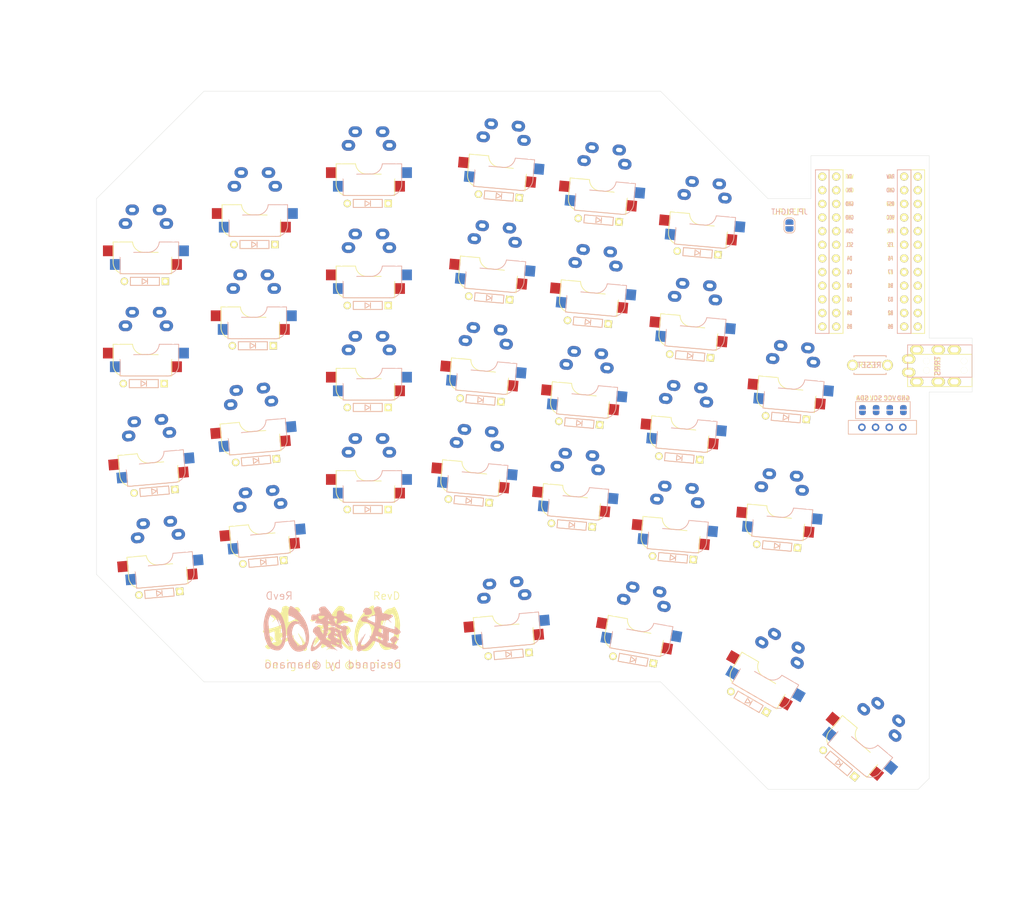
<source format=kicad_pcb>
(kicad_pcb (version 20171130) (host pcbnew 5.1.9)
  (title_block (title MUSASHI60) (rev A) (company "HAMANO Tsukasa"))
  (layers (0 F.Cu signal) (31 B.Cu signal) (34 B.Paste user) (35 F.Paste user) (36 B.SilkS user) (37 F.SilkS user) (38 B.Mask user) (39 F.Mask user) (44 Edge.Cuts user))
  (net 0 "")
  (net 1 B1)
  (net 2 "Net-(D_A3-Pad2)")
  (net 3 B3)
  (net 4 F6)
  (net 5 "Net-(D_B1-Pad2)")
  (net 6 "Net-(D_B2-Pad2)")
  (net 7 F7)
  (net 8 "Net-(D_B3-Pad2)")
  (net 9 "Net-(D_B4-Pad2)")
  (net 10 D1)
  (net 11 D0)
  (net 12 RST)
  (net 13 GND)
  (net 14 "Net-(U1-Pad24)")
  (net 15 VCC)
  (net 16 B2)
  (net 17 "Net-(D_B5-Pad2)")
  (net 18 "Net-(D_C1-Pad2)")
  (net 19 "Net-(D_C2-Pad2)")
  (net 20 "Net-(D_C4-Pad2)")
  (net 21 "Net-(D_C5-Pad2)")
  (net 22 D4)
  (net 23 "Net-(D_D1-Pad2)")
  (net 24 "Net-(D_D2-Pad2)")
  (net 25 "Net-(D_D3-Pad2)")
  (net 26 "Net-(D_D4-Pad2)")
  (net 27 "Net-(D_D5-Pad2)")
  (net 28 "Net-(D_E1-Pad2)")
  (net 29 "Net-(D_E2-Pad2)")
  (net 30 "Net-(D_E3-Pad2)")
  (net 31 "Net-(D_E4-Pad2)")
  (net 32 "Net-(D_F2-Pad2)")
  (net 33 "Net-(D_F3-Pad2)")
  (net 34 C6)
  (net 35 D7)
  (net 36 E6)
  (net 37 B4)
  (net 38 B5)
  (net 39 D2)
  (net 40 D3)
  (net 41 F4)
  (net 42 F5)
  (net 43 "Net-(J1-PadA)")
  (net 44 B6)
  (net 45 "Net-(D_A2-Pad2)")
  (net 46 "Net-(D_C3-Pad2)")
  (net 47 "Net-(D_A5-Pad2)")
  (net 48 "Net-(D_F4-Pad2)")
  (net 49 "Net-(D_F1-Pad2)")
  (net 50 "Net-(D_G2-Pad2)")
  (net 51 "Net-(D_G3-Pad2)")
  (net 52 "Net-(D_G4-Pad2)")
  (net 53 "Net-(D_G1-Pad2)")
  (net 54 "Net-(OL1-Pad4)")
  (net 55 "Net-(OL1-Pad3)")
  (net 56 "Net-(OL1-Pad2)")
  (net 57 "Net-(OL1-Pad1)")
  (module local:OLED_Reversible (layer F.Cu) (at 171.3 102.1)
    (fp_text reference OL1 hide)
    (fp_text value OLED hide)
    (pad 4 thru_hole circle (at -3.81 -16.51 180) (size 1.397 1.397) (drill 0.8128) (layers *.Cu B.Mask) (net 54 "Net-(OL1-Pad4)"))
    (pad 3 thru_hole circle (at -1.27 -16.51 180) (size 1.397 1.397) (drill 0.8128) (layers *.Cu B.Mask) (net 55 "Net-(OL1-Pad3)"))
    (pad 2 thru_hole circle (at 1.27 -16.51 180) (size 1.397 1.397) (drill 0.8128) (layers *.Cu B.Mask) (net 56 "Net-(OL1-Pad2)"))
    (pad 1 thru_hole circle (at 3.81 -16.51 180) (size 1.397 1.397) (drill 0.8128) (layers *.Cu B.Mask) (net 57 "Net-(OL1-Pad1)"))
  )
  (module local:musashi60-silk-384 (layer B.Cu) (at 68.9 123.2 180)
    (fp_text reference G*** hide)
    (fp_text value LOGO hide)
  )
  (module local:musashi60-silk-384 (layer F.Cu) (at 68.7 123.1)
    (fp_text reference G*** hide)
    (fp_text value LOGO hide)
  )
  (module local:ResetSW (layer F.Cu) (at 169 74 180)
    (fp_text reference SW_RST1 hide)
    (fp_text value SW_PUSH hide)
    (fp_text user RESET (at 0 0) (layer F.SilkS))
    (fp_text user RESET (at 0.127 0) (layer B.SilkS) (effects (justify mirror)))
    (pad 2 thru_hole circle (at -3.25 0 180) (size 2 2) (drill 1.3) (layers *.Cu *.Mask F.SilkS) (net 12 RST))
    (pad 1 thru_hole circle (at 3.25 0 180) (size 2 2) (drill 1.3) (layers *.Cu *.Mask F.SilkS) (net 13 GND))
  )
  (module local:SolderJumper (layer B.Cu) (at 154 48 180)
    (fp_text reference JP_RIGHT1)
    (fp_text value JP_RIGHT (at 0 2.54 180) (layer B.SilkS) (effects (justify mirror)))
    (pad 1 smd custom (at 0 0.65 270) (size 1 0.5) (layers B.Cu B.Mask) (net 13 GND) (options (clearance outline) (anchor rect)) (primitives (gr_circle (center 0 -0.25) (end 0.5 -0.25) (width 0)) (gr_circle (center 0 0.25) (end 0.5 0.25) (width 0)) (gr_poly (pts (xy 0 0.75) (xy 0.5 0.75) (xy 0.5 -0.75) (xy 0 -0.75)) (width 0))))
    (pad 2 smd custom (at 0 -0.65 270) (size 1 0.5) (layers B.Cu B.Mask) (net 44 B6) (options (clearance outline) (anchor rect)) (primitives (gr_circle (center 0 -0.25) (end 0.5 -0.25) (width 0)) (gr_circle (center 0 0.25) (end 0.5 0.25) (width 0)) (gr_poly (pts (xy 0 0.75) (xy -0.5 0.75) (xy -0.5 -0.75) (xy 0 -0.75)) (width 0))))
  )
  (module local:SolderJumper (layer F.Cu) (at 154 48)
    (fp_text reference JP_LEFT1)
    (fp_text value JP_LEFT (at 0 -2.54 180) (layer F.SilkS))
    (pad 1 smd custom (at 0 -0.65 270) (size 1 0.5) (layers F.Cu F.Mask) (net 15 VCC) (options (clearance outline) (anchor rect)) (primitives (gr_circle (center 0 0.25) (end 0.5 0.25) (width 0)) (gr_circle (center 0 -0.25) (end 0.5 -0.25) (width 0)) (gr_poly (pts (xy 0 -0.75) (xy 0.5 -0.75) (xy 0.5 0.75) (xy 0 0.75)) (width 0))))
    (pad 2 smd custom (at 0 0.65 270) (size 1 0.5) (layers F.Cu F.Mask) (net 44 B6) (options (clearance outline) (anchor rect)) (primitives (gr_circle (center 0 0.25) (end 0.5 0.25) (width 0)) (gr_circle (center 0 -0.25) (end 0.5 -0.25) (width 0)) (gr_poly (pts (xy 0 -0.75) (xy -0.5 -0.75) (xy -0.5 0.75) (xy 0 0.75)) (width 0))))
  )
  (module local:CherryMX_Direct_Hotswap_Reversible (layer F.Cu) (at 154.450087 75.65304 175)
    (fp_text reference SW_A2 hide)
    (fp_text value SW_PUSH hide)
    (pad 2 smd rect (at 5.7 -5.08 355) (size 2 2) (layers B.Cu B.Paste B.Mask) (net 45 "Net-(D_A2-Pad2)"))
    (pad "" np_thru_hole circle (at -3.81 -2.54 355) (size 3 3) (drill 3) (layers *.Cu *.Mask) (clearance 0.25))
    (pad "" np_thru_hole circle (at 5.08 0 355) (size 1.702 1.702) (drill 1.702) (layers *.Cu *.Mask) (clearance 0.3))
    (pad "" np_thru_hole circle (at -5.08 0 355) (size 1.702 1.702) (drill 1.702) (layers *.Cu *.Mask) (clearance 0.3))
    (pad "" np_thru_hole circle (at 0 0 85) (size 3.988 3.988) (drill 3.988) (layers *.Cu *.Mask) (clearance 0.25))
    (pad "" np_thru_hole circle (at 2.54 -5.08 355) (size 3 3) (drill 3) (layers *.Cu *.Mask) (clearance 0.3))
    (pad 1 smd rect (at -7 -2.54 355) (size 2 2) (layers B.Cu B.Paste B.Mask) (net 41 F4))
    (pad 2 smd rect (at 7 -2.54 355) (size 2 2) (layers F.Cu F.Paste F.Mask) (net 45 "Net-(D_A2-Pad2)"))
    (pad "" np_thru_hole circle (at -2.54 -5.08 355) (size 3 3) (drill 3) (layers *.Cu *.Mask) (clearance 0.3))
    (pad "" np_thru_hole circle (at 3.81 -2.54 355) (size 3 3) (drill 3) (layers *.Cu *.Mask) (clearance 0.25))
    (pad 1 smd rect (at -5.7 -5.08 355) (size 2 2) (layers F.Cu F.Paste F.Mask) (net 41 F4))
    (pad 1 thru_hole oval (at -3.81 2.54 355) (size 2.5 2) (drill oval 1.2 0.8) (layers *.Cu *.Mask) (net 41 F4))
    (pad 1 thru_hole oval (at -2.54 5.08 355) (size 2.5 2) (drill oval 1.2 0.8) (layers *.Cu *.Mask) (net 41 F4))
    (pad 2 thru_hole oval (at 3.81 2.54 355) (size 2.5 2) (drill oval 1.2 0.8) (layers *.Cu *.Mask) (net 45 "Net-(D_A2-Pad2)"))
    (pad 2 thru_hole oval (at 2.54 5.08 355) (size 2.5 2) (drill oval 1.2 0.8) (layers *.Cu *.Mask) (net 45 "Net-(D_A2-Pad2)"))
  )
  (module local:CherryMX_Direct_Hotswap_Reversible (layer F.Cu) (at 152.349092 99.528148 175)
    (fp_text reference SW_A3 hide)
    (fp_text value SW_PUSH hide)
    (pad 2 smd rect (at 5.7 -5.08 355) (size 2 2) (layers B.Cu B.Paste B.Mask) (net 2 "Net-(D_A3-Pad2)"))
    (pad "" np_thru_hole circle (at -3.81 -2.54 355) (size 3 3) (drill 3) (layers *.Cu *.Mask) (clearance 0.25))
    (pad "" np_thru_hole circle (at 5.08 0 355) (size 1.702 1.702) (drill 1.702) (layers *.Cu *.Mask) (clearance 0.3))
    (pad "" np_thru_hole circle (at -5.08 0 355) (size 1.702 1.702) (drill 1.702) (layers *.Cu *.Mask) (clearance 0.3))
    (pad "" np_thru_hole circle (at 0 0 85) (size 3.988 3.988) (drill 3.988) (layers *.Cu *.Mask) (clearance 0.25))
    (pad "" np_thru_hole circle (at 2.54 -5.08 355) (size 3 3) (drill 3) (layers *.Cu *.Mask) (clearance 0.3))
    (pad 1 smd rect (at -7 -2.54 355) (size 2 2) (layers B.Cu B.Paste B.Mask) (net 41 F4))
    (pad 2 smd rect (at 7 -2.54 355) (size 2 2) (layers F.Cu F.Paste F.Mask) (net 2 "Net-(D_A3-Pad2)"))
    (pad "" np_thru_hole circle (at -2.54 -5.08 355) (size 3 3) (drill 3) (layers *.Cu *.Mask) (clearance 0.3))
    (pad "" np_thru_hole circle (at 3.81 -2.54 355) (size 3 3) (drill 3) (layers *.Cu *.Mask) (clearance 0.25))
    (pad 1 smd rect (at -5.7 -5.08 355) (size 2 2) (layers F.Cu F.Paste F.Mask) (net 41 F4))
    (pad 1 thru_hole oval (at -3.81 2.54 355) (size 2.5 2) (drill oval 1.2 0.8) (layers *.Cu *.Mask) (net 41 F4))
    (pad 1 thru_hole oval (at -2.54 5.08 355) (size 2.5 2) (drill oval 1.2 0.8) (layers *.Cu *.Mask) (net 41 F4))
    (pad 2 thru_hole oval (at 3.81 2.54 355) (size 2.5 2) (drill oval 1.2 0.8) (layers *.Cu *.Mask) (net 2 "Net-(D_A3-Pad2)"))
    (pad 2 thru_hole oval (at 2.54 5.08 355) (size 2.5 2) (drill oval 1.2 0.8) (layers *.Cu *.Mask) (net 2 "Net-(D_A3-Pad2)"))
  )
  (module local:CherryMX_Direct_Hotswap_Reversible (layer F.Cu) (at 169.114051 142.505226 140)
    (fp_text reference SW_A5 hide)
    (fp_text value SW_PUSH hide)
    (pad 2 thru_hole oval (at 2.54 5.08 320) (size 2.5 2) (drill oval 1.2 0.8) (layers *.Cu *.Mask) (net 47 "Net-(D_A5-Pad2)"))
    (pad 2 thru_hole oval (at 3.81 2.54 320) (size 2.5 2) (drill oval 1.2 0.8) (layers *.Cu *.Mask) (net 47 "Net-(D_A5-Pad2)"))
    (pad 1 thru_hole oval (at -2.54 5.08 320) (size 2.5 2) (drill oval 1.2 0.8) (layers *.Cu *.Mask) (net 41 F4))
    (pad 1 thru_hole oval (at -3.81 2.54 320) (size 2.5 2) (drill oval 1.2 0.8) (layers *.Cu *.Mask) (net 41 F4))
    (pad 1 smd rect (at -5.7 -5.08 320) (size 2 2) (layers F.Cu F.Paste F.Mask) (net 41 F4))
    (pad "" np_thru_hole circle (at 3.81 -2.54 320) (size 3 3) (drill 3) (layers *.Cu *.Mask) (clearance 0.25))
    (pad "" np_thru_hole circle (at -2.54 -5.08 320) (size 3 3) (drill 3) (layers *.Cu *.Mask) (clearance 0.3))
    (pad 2 smd rect (at 7 -2.54 320) (size 2 2) (layers F.Cu F.Paste F.Mask) (net 47 "Net-(D_A5-Pad2)"))
    (pad 1 smd rect (at -7 -2.54 320) (size 2 2) (layers B.Cu B.Paste B.Mask) (net 41 F4))
    (pad "" np_thru_hole circle (at 2.54 -5.08 320) (size 3 3) (drill 3) (layers *.Cu *.Mask) (clearance 0.3))
    (pad "" np_thru_hole circle (at 0 0 50) (size 3.988 3.988) (drill 3.988) (layers *.Cu *.Mask) (clearance 0.25))
    (pad "" np_thru_hole circle (at -5.08 0 320) (size 1.702 1.702) (drill 1.702) (layers *.Cu *.Mask) (clearance 0.3))
    (pad "" np_thru_hole circle (at 5.08 0 320) (size 1.702 1.702) (drill 1.702) (layers *.Cu *.Mask) (clearance 0.3))
    (pad "" np_thru_hole circle (at -3.81 -2.54 320) (size 3 3) (drill 3) (layers *.Cu *.Mask) (clearance 0.25))
    (pad 2 smd rect (at 5.7 -5.08 320) (size 2 2) (layers B.Cu B.Paste B.Mask) (net 47 "Net-(D_A5-Pad2)"))
  )
  (module local:CherryMX_Direct_Hotswap_Reversible (layer F.Cu) (at 137.970219 45.095553 175)
    (fp_text reference SW_B1 hide)
    (fp_text value SW_PUSH hide)
    (pad 2 thru_hole oval (at 2.54 5.08 355) (size 2.5 2) (drill oval 1.2 0.8) (layers *.Cu *.Mask) (net 5 "Net-(D_B1-Pad2)"))
    (pad 2 thru_hole oval (at 3.81 2.54 355) (size 2.5 2) (drill oval 1.2 0.8) (layers *.Cu *.Mask) (net 5 "Net-(D_B1-Pad2)"))
    (pad 1 thru_hole oval (at -2.54 5.08 355) (size 2.5 2) (drill oval 1.2 0.8) (layers *.Cu *.Mask) (net 42 F5))
    (pad 1 thru_hole oval (at -3.81 2.54 355) (size 2.5 2) (drill oval 1.2 0.8) (layers *.Cu *.Mask) (net 42 F5))
    (pad 1 smd rect (at -5.7 -5.08 355) (size 2 2) (layers F.Cu F.Paste F.Mask) (net 42 F5))
    (pad "" np_thru_hole circle (at 3.81 -2.54 355) (size 3 3) (drill 3) (layers *.Cu *.Mask) (clearance 0.25))
    (pad "" np_thru_hole circle (at -2.54 -5.08 355) (size 3 3) (drill 3) (layers *.Cu *.Mask) (clearance 0.3))
    (pad 2 smd rect (at 7 -2.54 355) (size 2 2) (layers F.Cu F.Paste F.Mask) (net 5 "Net-(D_B1-Pad2)"))
    (pad 1 smd rect (at -7 -2.54 355) (size 2 2) (layers B.Cu B.Paste B.Mask) (net 42 F5))
    (pad "" np_thru_hole circle (at 2.54 -5.08 355) (size 3 3) (drill 3) (layers *.Cu *.Mask) (clearance 0.3))
    (pad "" np_thru_hole circle (at 0 0 85) (size 3.988 3.988) (drill 3.988) (layers *.Cu *.Mask) (clearance 0.25))
    (pad "" np_thru_hole circle (at -5.08 0 355) (size 1.702 1.702) (drill 1.702) (layers *.Cu *.Mask) (clearance 0.3))
    (pad "" np_thru_hole circle (at 5.08 0 355) (size 1.702 1.702) (drill 1.702) (layers *.Cu *.Mask) (clearance 0.3))
    (pad "" np_thru_hole circle (at -3.81 -2.54 355) (size 3 3) (drill 3) (layers *.Cu *.Mask) (clearance 0.25))
    (pad 2 smd rect (at 5.7 -5.08 355) (size 2 2) (layers B.Cu B.Paste B.Mask) (net 5 "Net-(D_B1-Pad2)"))
  )
  (module local:CherryMX_Direct_Hotswap_Reversible (layer F.Cu) (at 136.193027 64.065945 175)
    (fp_text reference SW_B2 hide)
    (fp_text value SW_PUSH hide)
    (pad 2 thru_hole oval (at 2.54 5.08 355) (size 2.5 2) (drill oval 1.2 0.8) (layers *.Cu *.Mask) (net 6 "Net-(D_B2-Pad2)"))
    (pad 2 thru_hole oval (at 3.81 2.54 355) (size 2.5 2) (drill oval 1.2 0.8) (layers *.Cu *.Mask) (net 6 "Net-(D_B2-Pad2)"))
    (pad 1 thru_hole oval (at -2.54 5.08 355) (size 2.5 2) (drill oval 1.2 0.8) (layers *.Cu *.Mask) (net 42 F5))
    (pad 1 thru_hole oval (at -3.81 2.54 355) (size 2.5 2) (drill oval 1.2 0.8) (layers *.Cu *.Mask) (net 42 F5))
    (pad 1 smd rect (at -5.7 -5.08 355) (size 2 2) (layers F.Cu F.Paste F.Mask) (net 42 F5))
    (pad "" np_thru_hole circle (at 3.81 -2.54 355) (size 3 3) (drill 3) (layers *.Cu *.Mask) (clearance 0.25))
    (pad "" np_thru_hole circle (at -2.54 -5.08 355) (size 3 3) (drill 3) (layers *.Cu *.Mask) (clearance 0.3))
    (pad 2 smd rect (at 7 -2.54 355) (size 2 2) (layers F.Cu F.Paste F.Mask) (net 6 "Net-(D_B2-Pad2)"))
    (pad 1 smd rect (at -7 -2.54 355) (size 2 2) (layers B.Cu B.Paste B.Mask) (net 42 F5))
    (pad "" np_thru_hole circle (at 2.54 -5.08 355) (size 3 3) (drill 3) (layers *.Cu *.Mask) (clearance 0.3))
    (pad "" np_thru_hole circle (at 0 0 85) (size 3.988 3.988) (drill 3.988) (layers *.Cu *.Mask) (clearance 0.25))
    (pad "" np_thru_hole circle (at -5.08 0 355) (size 1.702 1.702) (drill 1.702) (layers *.Cu *.Mask) (clearance 0.3))
    (pad "" np_thru_hole circle (at 5.08 0 355) (size 1.702 1.702) (drill 1.702) (layers *.Cu *.Mask) (clearance 0.3))
    (pad "" np_thru_hole circle (at -3.81 -2.54 355) (size 3 3) (drill 3) (layers *.Cu *.Mask) (clearance 0.25))
    (pad 2 smd rect (at 5.7 -5.08 355) (size 2 2) (layers B.Cu B.Paste B.Mask) (net 6 "Net-(D_B2-Pad2)"))
  )
  (module local:CherryMX_Direct_Hotswap_Reversible (layer F.Cu) (at 134.528625 83.090146 175)
    (fp_text reference SW_B3 hide)
    (fp_text value SW_PUSH hide)
    (pad 2 thru_hole oval (at 2.54 5.08 355) (size 2.5 2) (drill oval 1.2 0.8) (layers *.Cu *.Mask) (net 8 "Net-(D_B3-Pad2)"))
    (pad 2 thru_hole oval (at 3.81 2.54 355) (size 2.5 2) (drill oval 1.2 0.8) (layers *.Cu *.Mask) (net 8 "Net-(D_B3-Pad2)"))
    (pad 1 thru_hole oval (at -2.54 5.08 355) (size 2.5 2) (drill oval 1.2 0.8) (layers *.Cu *.Mask) (net 42 F5))
    (pad 1 thru_hole oval (at -3.81 2.54 355) (size 2.5 2) (drill oval 1.2 0.8) (layers *.Cu *.Mask) (net 42 F5))
    (pad 1 smd rect (at -5.7 -5.08 355) (size 2 2) (layers F.Cu F.Paste F.Mask) (net 42 F5))
    (pad "" np_thru_hole circle (at 3.81 -2.54 355) (size 3 3) (drill 3) (layers *.Cu *.Mask) (clearance 0.25))
    (pad "" np_thru_hole circle (at -2.54 -5.08 355) (size 3 3) (drill 3) (layers *.Cu *.Mask) (clearance 0.3))
    (pad 2 smd rect (at 7 -2.54 355) (size 2 2) (layers F.Cu F.Paste F.Mask) (net 8 "Net-(D_B3-Pad2)"))
    (pad 1 smd rect (at -7 -2.54 355) (size 2 2) (layers B.Cu B.Paste B.Mask) (net 42 F5))
    (pad "" np_thru_hole circle (at 2.54 -5.08 355) (size 3 3) (drill 3) (layers *.Cu *.Mask) (clearance 0.3))
    (pad "" np_thru_hole circle (at 0 0 85) (size 3.988 3.988) (drill 3.988) (layers *.Cu *.Mask) (clearance 0.25))
    (pad "" np_thru_hole circle (at -5.08 0 355) (size 1.702 1.702) (drill 1.702) (layers *.Cu *.Mask) (clearance 0.3))
    (pad "" np_thru_hole circle (at 5.08 0 355) (size 1.702 1.702) (drill 1.702) (layers *.Cu *.Mask) (clearance 0.3))
    (pad "" np_thru_hole circle (at -3.81 -2.54 355) (size 3 3) (drill 3) (layers *.Cu *.Mask) (clearance 0.25))
    (pad 2 smd rect (at 5.7 -5.08 355) (size 2 2) (layers B.Cu B.Paste B.Mask) (net 8 "Net-(D_B3-Pad2)"))
  )
  (module local:CherryMX_Direct_Hotswap_Reversible (layer F.Cu) (at 132.889247 101.828319 175)
    (fp_text reference SW_B4 hide)
    (fp_text value SW_PUSH hide)
    (pad 2 thru_hole oval (at 2.54 5.08 355) (size 2.5 2) (drill oval 1.2 0.8) (layers *.Cu *.Mask) (net 9 "Net-(D_B4-Pad2)"))
    (pad 2 thru_hole oval (at 3.81 2.54 355) (size 2.5 2) (drill oval 1.2 0.8) (layers *.Cu *.Mask) (net 9 "Net-(D_B4-Pad2)"))
    (pad 1 thru_hole oval (at -2.54 5.08 355) (size 2.5 2) (drill oval 1.2 0.8) (layers *.Cu *.Mask) (net 42 F5))
    (pad 1 thru_hole oval (at -3.81 2.54 355) (size 2.5 2) (drill oval 1.2 0.8) (layers *.Cu *.Mask) (net 42 F5))
    (pad 1 smd rect (at -5.7 -5.08 355) (size 2 2) (layers F.Cu F.Paste F.Mask) (net 42 F5))
    (pad "" np_thru_hole circle (at 3.81 -2.54 355) (size 3 3) (drill 3) (layers *.Cu *.Mask) (clearance 0.25))
    (pad "" np_thru_hole circle (at -2.54 -5.08 355) (size 3 3) (drill 3) (layers *.Cu *.Mask) (clearance 0.3))
    (pad 2 smd rect (at 7 -2.54 355) (size 2 2) (layers F.Cu F.Paste F.Mask) (net 9 "Net-(D_B4-Pad2)"))
    (pad 1 smd rect (at -7 -2.54 355) (size 2 2) (layers B.Cu B.Paste B.Mask) (net 42 F5))
    (pad "" np_thru_hole circle (at 2.54 -5.08 355) (size 3 3) (drill 3) (layers *.Cu *.Mask) (clearance 0.3))
    (pad "" np_thru_hole circle (at 0 0 85) (size 3.988 3.988) (drill 3.988) (layers *.Cu *.Mask) (clearance 0.25))
    (pad "" np_thru_hole circle (at -5.08 0 355) (size 1.702 1.702) (drill 1.702) (layers *.Cu *.Mask) (clearance 0.3))
    (pad "" np_thru_hole circle (at 5.08 0 355) (size 1.702 1.702) (drill 1.702) (layers *.Cu *.Mask) (clearance 0.3))
    (pad "" np_thru_hole circle (at -3.81 -2.54 355) (size 3 3) (drill 3) (layers *.Cu *.Mask) (clearance 0.25))
    (pad 2 smd rect (at 5.7 -5.08 355) (size 2 2) (layers B.Cu B.Paste B.Mask) (net 9 "Net-(D_B4-Pad2)"))
  )
  (module local:CherryMX_Direct_Hotswap_Reversible (layer F.Cu) (at 150.87883 129.75363 150)
    (fp_text reference SW_B5 hide)
    (fp_text value SW_PUSH hide)
    (pad 2 thru_hole oval (at 2.54 5.08 330) (size 2.5 2) (drill oval 1.2 0.8) (layers *.Cu *.Mask) (net 17 "Net-(D_B5-Pad2)"))
    (pad 2 thru_hole oval (at 3.81 2.54 330) (size 2.5 2) (drill oval 1.2 0.8) (layers *.Cu *.Mask) (net 17 "Net-(D_B5-Pad2)"))
    (pad 1 thru_hole oval (at -2.54 5.08 330) (size 2.5 2) (drill oval 1.2 0.8) (layers *.Cu *.Mask) (net 42 F5))
    (pad 1 thru_hole oval (at -3.81 2.54 330) (size 2.5 2) (drill oval 1.2 0.8) (layers *.Cu *.Mask) (net 42 F5))
    (pad 1 smd rect (at -5.7 -5.08 330) (size 2 2) (layers F.Cu F.Paste F.Mask) (net 42 F5))
    (pad "" np_thru_hole circle (at 3.81 -2.54 330) (size 3 3) (drill 3) (layers *.Cu *.Mask) (clearance 0.25))
    (pad "" np_thru_hole circle (at -2.54 -5.08 330) (size 3 3) (drill 3) (layers *.Cu *.Mask) (clearance 0.3))
    (pad 2 smd rect (at 7 -2.54 330) (size 2 2) (layers F.Cu F.Paste F.Mask) (net 17 "Net-(D_B5-Pad2)"))
    (pad 1 smd rect (at -7 -2.54 330) (size 2 2) (layers B.Cu B.Paste B.Mask) (net 42 F5))
    (pad "" np_thru_hole circle (at 2.54 -5.08 330) (size 3 3) (drill 3) (layers *.Cu *.Mask) (clearance 0.3))
    (pad "" np_thru_hole circle (at 0 0 60) (size 3.988 3.988) (drill 3.988) (layers *.Cu *.Mask) (clearance 0.25))
    (pad "" np_thru_hole circle (at -5.08 0 330) (size 1.702 1.702) (drill 1.702) (layers *.Cu *.Mask) (clearance 0.3))
    (pad "" np_thru_hole circle (at 5.08 0 330) (size 1.702 1.702) (drill 1.702) (layers *.Cu *.Mask) (clearance 0.3))
    (pad "" np_thru_hole circle (at -3.81 -2.54 330) (size 3 3) (drill 3) (layers *.Cu *.Mask) (clearance 0.25))
    (pad 2 smd rect (at 5.7 -5.08 330) (size 2 2) (layers B.Cu B.Paste B.Mask) (net 17 "Net-(D_B5-Pad2)"))
  )
  (module local:CherryMX_Direct_Hotswap_Reversible (layer F.Cu) (at 119.335411 38.78344 175)
    (fp_text reference SW_C1 hide)
    (fp_text value SW_PUSH hide)
    (pad 2 thru_hole oval (at 2.54 5.08 355) (size 2.5 2) (drill oval 1.2 0.8) (layers *.Cu *.Mask) (net 18 "Net-(D_C1-Pad2)"))
    (pad 2 thru_hole oval (at 3.81 2.54 355) (size 2.5 2) (drill oval 1.2 0.8) (layers *.Cu *.Mask) (net 18 "Net-(D_C1-Pad2)"))
    (pad 1 thru_hole oval (at -2.54 5.08 355) (size 2.5 2) (drill oval 1.2 0.8) (layers *.Cu *.Mask) (net 4 F6))
    (pad 1 thru_hole oval (at -3.81 2.54 355) (size 2.5 2) (drill oval 1.2 0.8) (layers *.Cu *.Mask) (net 4 F6))
    (pad 1 smd rect (at -5.7 -5.08 355) (size 2 2) (layers F.Cu F.Paste F.Mask) (net 4 F6))
    (pad "" np_thru_hole circle (at 3.81 -2.54 355) (size 3 3) (drill 3) (layers *.Cu *.Mask) (clearance 0.25))
    (pad "" np_thru_hole circle (at -2.54 -5.08 355) (size 3 3) (drill 3) (layers *.Cu *.Mask) (clearance 0.3))
    (pad 2 smd rect (at 7 -2.54 355) (size 2 2) (layers F.Cu F.Paste F.Mask) (net 18 "Net-(D_C1-Pad2)"))
    (pad 1 smd rect (at -7 -2.54 355) (size 2 2) (layers B.Cu B.Paste B.Mask) (net 4 F6))
    (pad "" np_thru_hole circle (at 2.54 -5.08 355) (size 3 3) (drill 3) (layers *.Cu *.Mask) (clearance 0.3))
    (pad "" np_thru_hole circle (at 0 0 85) (size 3.988 3.988) (drill 3.988) (layers *.Cu *.Mask) (clearance 0.25))
    (pad "" np_thru_hole circle (at -5.08 0 355) (size 1.702 1.702) (drill 1.702) (layers *.Cu *.Mask) (clearance 0.3))
    (pad "" np_thru_hole circle (at 5.08 0 355) (size 1.702 1.702) (drill 1.702) (layers *.Cu *.Mask) (clearance 0.3))
    (pad "" np_thru_hole circle (at -3.81 -2.54 355) (size 3 3) (drill 3) (layers *.Cu *.Mask) (clearance 0.25))
    (pad 2 smd rect (at 5.7 -5.08 355) (size 2 2) (layers B.Cu B.Paste B.Mask) (net 18 "Net-(D_C1-Pad2)"))
  )
  (module local:CherryMX_Direct_Hotswap_Reversible (layer F.Cu) (at 117.675016 57.760922 175)
    (fp_text reference SW_C2 hide)
    (fp_text value SW_PUSH hide)
    (pad 2 thru_hole oval (at 2.54 5.08 355) (size 2.5 2) (drill oval 1.2 0.8) (layers *.Cu *.Mask) (net 19 "Net-(D_C2-Pad2)"))
    (pad 2 thru_hole oval (at 3.81 2.54 355) (size 2.5 2) (drill oval 1.2 0.8) (layers *.Cu *.Mask) (net 19 "Net-(D_C2-Pad2)"))
    (pad 1 thru_hole oval (at -2.54 5.08 355) (size 2.5 2) (drill oval 1.2 0.8) (layers *.Cu *.Mask) (net 4 F6))
    (pad 1 thru_hole oval (at -3.81 2.54 355) (size 2.5 2) (drill oval 1.2 0.8) (layers *.Cu *.Mask) (net 4 F6))
    (pad 1 smd rect (at -5.7 -5.08 355) (size 2 2) (layers F.Cu F.Paste F.Mask) (net 4 F6))
    (pad "" np_thru_hole circle (at 3.81 -2.54 355) (size 3 3) (drill 3) (layers *.Cu *.Mask) (clearance 0.25))
    (pad "" np_thru_hole circle (at -2.54 -5.08 355) (size 3 3) (drill 3) (layers *.Cu *.Mask) (clearance 0.3))
    (pad 2 smd rect (at 7 -2.54 355) (size 2 2) (layers F.Cu F.Paste F.Mask) (net 19 "Net-(D_C2-Pad2)"))
    (pad 1 smd rect (at -7 -2.54 355) (size 2 2) (layers B.Cu B.Paste B.Mask) (net 4 F6))
    (pad "" np_thru_hole circle (at 2.54 -5.08 355) (size 3 3) (drill 3) (layers *.Cu *.Mask) (clearance 0.3))
    (pad "" np_thru_hole circle (at 0 0 85) (size 3.988 3.988) (drill 3.988) (layers *.Cu *.Mask) (clearance 0.25))
    (pad "" np_thru_hole circle (at -5.08 0 355) (size 1.702 1.702) (drill 1.702) (layers *.Cu *.Mask) (clearance 0.3))
    (pad "" np_thru_hole circle (at 5.08 0 355) (size 1.702 1.702) (drill 1.702) (layers *.Cu *.Mask) (clearance 0.3))
    (pad "" np_thru_hole circle (at -3.81 -2.54 355) (size 3 3) (drill 3) (layers *.Cu *.Mask) (clearance 0.25))
    (pad 2 smd rect (at 5.7 -5.08 355) (size 2 2) (layers B.Cu B.Paste B.Mask) (net 19 "Net-(D_C2-Pad2)"))
  )
  (module local:CherryMX_Direct_Hotswap_Reversible (layer F.Cu) (at 116.0147 76.738431 175)
    (fp_text reference SW_C3 hide)
    (fp_text value SW_PUSH hide)
    (pad 2 thru_hole oval (at 2.54 5.08 355) (size 2.5 2) (drill oval 1.2 0.8) (layers *.Cu *.Mask) (net 46 "Net-(D_C3-Pad2)"))
    (pad 2 thru_hole oval (at 3.81 2.54 355) (size 2.5 2) (drill oval 1.2 0.8) (layers *.Cu *.Mask) (net 46 "Net-(D_C3-Pad2)"))
    (pad 1 thru_hole oval (at -2.54 5.08 355) (size 2.5 2) (drill oval 1.2 0.8) (layers *.Cu *.Mask) (net 4 F6))
    (pad 1 thru_hole oval (at -3.81 2.54 355) (size 2.5 2) (drill oval 1.2 0.8) (layers *.Cu *.Mask) (net 4 F6))
    (pad 1 smd rect (at -5.7 -5.08 355) (size 2 2) (layers F.Cu F.Paste F.Mask) (net 4 F6))
    (pad "" np_thru_hole circle (at 3.81 -2.54 355) (size 3 3) (drill 3) (layers *.Cu *.Mask) (clearance 0.25))
    (pad "" np_thru_hole circle (at -2.54 -5.08 355) (size 3 3) (drill 3) (layers *.Cu *.Mask) (clearance 0.3))
    (pad 2 smd rect (at 7 -2.54 355) (size 2 2) (layers F.Cu F.Paste F.Mask) (net 46 "Net-(D_C3-Pad2)"))
    (pad 1 smd rect (at -7 -2.54 355) (size 2 2) (layers B.Cu B.Paste B.Mask) (net 4 F6))
    (pad "" np_thru_hole circle (at 2.54 -5.08 355) (size 3 3) (drill 3) (layers *.Cu *.Mask) (clearance 0.3))
    (pad "" np_thru_hole circle (at 0 0 85) (size 3.988 3.988) (drill 3.988) (layers *.Cu *.Mask) (clearance 0.25))
    (pad "" np_thru_hole circle (at -5.08 0 355) (size 1.702 1.702) (drill 1.702) (layers *.Cu *.Mask) (clearance 0.3))
    (pad "" np_thru_hole circle (at 5.08 0 355) (size 1.702 1.702) (drill 1.702) (layers *.Cu *.Mask) (clearance 0.3))
    (pad "" np_thru_hole circle (at -3.81 -2.54 355) (size 3 3) (drill 3) (layers *.Cu *.Mask) (clearance 0.25))
    (pad 2 smd rect (at 5.7 -5.08 355) (size 2 2) (layers B.Cu B.Paste B.Mask) (net 46 "Net-(D_C3-Pad2)"))
  )
  (module local:CherryMX_Direct_Hotswap_Reversible (layer F.Cu) (at 114.354383 95.71594 175)
    (fp_text reference SW_C4 hide)
    (fp_text value SW_PUSH hide)
    (pad 2 thru_hole oval (at 2.54 5.08 355) (size 2.5 2) (drill oval 1.2 0.8) (layers *.Cu *.Mask) (net 20 "Net-(D_C4-Pad2)"))
    (pad 2 thru_hole oval (at 3.81 2.54 355) (size 2.5 2) (drill oval 1.2 0.8) (layers *.Cu *.Mask) (net 20 "Net-(D_C4-Pad2)"))
    (pad 1 thru_hole oval (at -2.54 5.08 355) (size 2.5 2) (drill oval 1.2 0.8) (layers *.Cu *.Mask) (net 4 F6))
    (pad 1 thru_hole oval (at -3.81 2.54 355) (size 2.5 2) (drill oval 1.2 0.8) (layers *.Cu *.Mask) (net 4 F6))
    (pad 1 smd rect (at -5.7 -5.08 355) (size 2 2) (layers F.Cu F.Paste F.Mask) (net 4 F6))
    (pad "" np_thru_hole circle (at 3.81 -2.54 355) (size 3 3) (drill 3) (layers *.Cu *.Mask) (clearance 0.25))
    (pad "" np_thru_hole circle (at -2.54 -5.08 355) (size 3 3) (drill 3) (layers *.Cu *.Mask) (clearance 0.3))
    (pad 2 smd rect (at 7 -2.54 355) (size 2 2) (layers F.Cu F.Paste F.Mask) (net 20 "Net-(D_C4-Pad2)"))
    (pad 1 smd rect (at -7 -2.54 355) (size 2 2) (layers B.Cu B.Paste B.Mask) (net 4 F6))
    (pad "" np_thru_hole circle (at 2.54 -5.08 355) (size 3 3) (drill 3) (layers *.Cu *.Mask) (clearance 0.3))
    (pad "" np_thru_hole circle (at 0 0 85) (size 3.988 3.988) (drill 3.988) (layers *.Cu *.Mask) (clearance 0.25))
    (pad "" np_thru_hole circle (at -5.08 0 355) (size 1.702 1.702) (drill 1.702) (layers *.Cu *.Mask) (clearance 0.3))
    (pad "" np_thru_hole circle (at 5.08 0 355) (size 1.702 1.702) (drill 1.702) (layers *.Cu *.Mask) (clearance 0.3))
    (pad "" np_thru_hole circle (at -3.81 -2.54 355) (size 3 3) (drill 3) (layers *.Cu *.Mask) (clearance 0.25))
    (pad 2 smd rect (at 5.7 -5.08 355) (size 2 2) (layers B.Cu B.Paste B.Mask) (net 20 "Net-(D_C4-Pad2)"))
  )
  (module local:CherryMX_Direct_Hotswap_Reversible (layer F.Cu) (at 126.451965 120.794126 170)
    (fp_text reference SW_C5 hide)
    (fp_text value SW_PUSH hide)
    (pad 2 thru_hole oval (at 2.54 5.08 350) (size 2.5 2) (drill oval 1.2 0.8) (layers *.Cu *.Mask) (net 21 "Net-(D_C5-Pad2)"))
    (pad 2 thru_hole oval (at 3.81 2.54 350) (size 2.5 2) (drill oval 1.2 0.8) (layers *.Cu *.Mask) (net 21 "Net-(D_C5-Pad2)"))
    (pad 1 thru_hole oval (at -2.54 5.08 350) (size 2.5 2) (drill oval 1.2 0.8) (layers *.Cu *.Mask) (net 4 F6))
    (pad 1 thru_hole oval (at -3.81 2.54 350) (size 2.5 2) (drill oval 1.2 0.8) (layers *.Cu *.Mask) (net 4 F6))
    (pad 1 smd rect (at -5.7 -5.08 350) (size 2 2) (layers F.Cu F.Paste F.Mask) (net 4 F6))
    (pad "" np_thru_hole circle (at 3.81 -2.54 350) (size 3 3) (drill 3) (layers *.Cu *.Mask) (clearance 0.25))
    (pad "" np_thru_hole circle (at -2.54 -5.08 350) (size 3 3) (drill 3) (layers *.Cu *.Mask) (clearance 0.3))
    (pad 2 smd rect (at 7 -2.54 350) (size 2 2) (layers F.Cu F.Paste F.Mask) (net 21 "Net-(D_C5-Pad2)"))
    (pad 1 smd rect (at -7 -2.54 350) (size 2 2) (layers B.Cu B.Paste B.Mask) (net 4 F6))
    (pad "" np_thru_hole circle (at 2.54 -5.08 350) (size 3 3) (drill 3) (layers *.Cu *.Mask) (clearance 0.3))
    (pad "" np_thru_hole circle (at 0 0 80) (size 3.988 3.988) (drill 3.988) (layers *.Cu *.Mask) (clearance 0.25))
    (pad "" np_thru_hole circle (at -5.08 0 350) (size 1.702 1.702) (drill 1.702) (layers *.Cu *.Mask) (clearance 0.3))
    (pad "" np_thru_hole circle (at 5.08 0 350) (size 1.702 1.702) (drill 1.702) (layers *.Cu *.Mask) (clearance 0.3))
    (pad "" np_thru_hole circle (at -3.81 -2.54 350) (size 3 3) (drill 3) (layers *.Cu *.Mask) (clearance 0.25))
    (pad 2 smd rect (at 5.7 -5.08 350) (size 2 2) (layers B.Cu B.Paste B.Mask) (net 21 "Net-(D_C5-Pad2)"))
  )
  (module local:CherryMX_Direct_Hotswap_Reversible (layer F.Cu) (at 100.56619 34.345391 175)
    (fp_text reference SW_D1 hide)
    (fp_text value SW_PUSH hide)
    (pad 2 thru_hole oval (at 2.54 5.08 355) (size 2.5 2) (drill oval 1.2 0.8) (layers *.Cu *.Mask) (net 23 "Net-(D_D1-Pad2)"))
    (pad 2 thru_hole oval (at 3.81 2.54 355) (size 2.5 2) (drill oval 1.2 0.8) (layers *.Cu *.Mask) (net 23 "Net-(D_D1-Pad2)"))
    (pad 1 thru_hole oval (at -2.54 5.08 355) (size 2.5 2) (drill oval 1.2 0.8) (layers *.Cu *.Mask) (net 7 F7))
    (pad 1 thru_hole oval (at -3.81 2.54 355) (size 2.5 2) (drill oval 1.2 0.8) (layers *.Cu *.Mask) (net 7 F7))
    (pad 1 smd rect (at -5.7 -5.08 355) (size 2 2) (layers F.Cu F.Paste F.Mask) (net 7 F7))
    (pad "" np_thru_hole circle (at 3.81 -2.54 355) (size 3 3) (drill 3) (layers *.Cu *.Mask) (clearance 0.25))
    (pad "" np_thru_hole circle (at -2.54 -5.08 355) (size 3 3) (drill 3) (layers *.Cu *.Mask) (clearance 0.3))
    (pad 2 smd rect (at 7 -2.54 355) (size 2 2) (layers F.Cu F.Paste F.Mask) (net 23 "Net-(D_D1-Pad2)"))
    (pad 1 smd rect (at -7 -2.54 355) (size 2 2) (layers B.Cu B.Paste B.Mask) (net 7 F7))
    (pad "" np_thru_hole circle (at 2.54 -5.08 355) (size 3 3) (drill 3) (layers *.Cu *.Mask) (clearance 0.3))
    (pad "" np_thru_hole circle (at 0 0 85) (size 3.988 3.988) (drill 3.988) (layers *.Cu *.Mask) (clearance 0.25))
    (pad "" np_thru_hole circle (at -5.08 0 355) (size 1.702 1.702) (drill 1.702) (layers *.Cu *.Mask) (clearance 0.3))
    (pad "" np_thru_hole circle (at 5.08 0 355) (size 1.702 1.702) (drill 1.702) (layers *.Cu *.Mask) (clearance 0.3))
    (pad "" np_thru_hole circle (at -3.81 -2.54 355) (size 3 3) (drill 3) (layers *.Cu *.Mask) (clearance 0.25))
    (pad 2 smd rect (at 5.7 -5.08 355) (size 2 2) (layers B.Cu B.Paste B.Mask) (net 23 "Net-(D_D1-Pad2)"))
  )
  (module local:CherryMX_Direct_Hotswap_Reversible (layer F.Cu) (at 98.905873 53.3229 175)
    (fp_text reference SW_D2 hide)
    (fp_text value SW_PUSH hide)
    (pad 2 thru_hole oval (at 2.54 5.08 355) (size 2.5 2) (drill oval 1.2 0.8) (layers *.Cu *.Mask) (net 24 "Net-(D_D2-Pad2)"))
    (pad 2 thru_hole oval (at 3.81 2.54 355) (size 2.5 2) (drill oval 1.2 0.8) (layers *.Cu *.Mask) (net 24 "Net-(D_D2-Pad2)"))
    (pad 1 thru_hole oval (at -2.54 5.08 355) (size 2.5 2) (drill oval 1.2 0.8) (layers *.Cu *.Mask) (net 7 F7))
    (pad 1 thru_hole oval (at -3.81 2.54 355) (size 2.5 2) (drill oval 1.2 0.8) (layers *.Cu *.Mask) (net 7 F7))
    (pad 1 smd rect (at -5.7 -5.08 355) (size 2 2) (layers F.Cu F.Paste F.Mask) (net 7 F7))
    (pad "" np_thru_hole circle (at 3.81 -2.54 355) (size 3 3) (drill 3) (layers *.Cu *.Mask) (clearance 0.25))
    (pad "" np_thru_hole circle (at -2.54 -5.08 355) (size 3 3) (drill 3) (layers *.Cu *.Mask) (clearance 0.3))
    (pad 2 smd rect (at 7 -2.54 355) (size 2 2) (layers F.Cu F.Paste F.Mask) (net 24 "Net-(D_D2-Pad2)"))
    (pad 1 smd rect (at -7 -2.54 355) (size 2 2) (layers B.Cu B.Paste B.Mask) (net 7 F7))
    (pad "" np_thru_hole circle (at 2.54 -5.08 355) (size 3 3) (drill 3) (layers *.Cu *.Mask) (clearance 0.3))
    (pad "" np_thru_hole circle (at 0 0 85) (size 3.988 3.988) (drill 3.988) (layers *.Cu *.Mask) (clearance 0.25))
    (pad "" np_thru_hole circle (at -5.08 0 355) (size 1.702 1.702) (drill 1.702) (layers *.Cu *.Mask) (clearance 0.3))
    (pad "" np_thru_hole circle (at 5.08 0 355) (size 1.702 1.702) (drill 1.702) (layers *.Cu *.Mask) (clearance 0.3))
    (pad "" np_thru_hole circle (at -3.81 -2.54 355) (size 3 3) (drill 3) (layers *.Cu *.Mask) (clearance 0.25))
    (pad 2 smd rect (at 5.7 -5.08 355) (size 2 2) (layers B.Cu B.Paste B.Mask) (net 24 "Net-(D_D2-Pad2)"))
  )
  (module local:CherryMX_Direct_Hotswap_Reversible (layer F.Cu) (at 97.245556 72.300409 175)
    (fp_text reference SW_D3 hide)
    (fp_text value SW_PUSH hide)
    (pad 2 thru_hole oval (at 2.54 5.08 355) (size 2.5 2) (drill oval 1.2 0.8) (layers *.Cu *.Mask) (net 25 "Net-(D_D3-Pad2)"))
    (pad 2 thru_hole oval (at 3.81 2.54 355) (size 2.5 2) (drill oval 1.2 0.8) (layers *.Cu *.Mask) (net 25 "Net-(D_D3-Pad2)"))
    (pad 1 thru_hole oval (at -2.54 5.08 355) (size 2.5 2) (drill oval 1.2 0.8) (layers *.Cu *.Mask) (net 7 F7))
    (pad 1 thru_hole oval (at -3.81 2.54 355) (size 2.5 2) (drill oval 1.2 0.8) (layers *.Cu *.Mask) (net 7 F7))
    (pad 1 smd rect (at -5.7 -5.08 355) (size 2 2) (layers F.Cu F.Paste F.Mask) (net 7 F7))
    (pad "" np_thru_hole circle (at 3.81 -2.54 355) (size 3 3) (drill 3) (layers *.Cu *.Mask) (clearance 0.25))
    (pad "" np_thru_hole circle (at -2.54 -5.08 355) (size 3 3) (drill 3) (layers *.Cu *.Mask) (clearance 0.3))
    (pad 2 smd rect (at 7 -2.54 355) (size 2 2) (layers F.Cu F.Paste F.Mask) (net 25 "Net-(D_D3-Pad2)"))
    (pad 1 smd rect (at -7 -2.54 355) (size 2 2) (layers B.Cu B.Paste B.Mask) (net 7 F7))
    (pad "" np_thru_hole circle (at 2.54 -5.08 355) (size 3 3) (drill 3) (layers *.Cu *.Mask) (clearance 0.3))
    (pad "" np_thru_hole circle (at 0 0 85) (size 3.988 3.988) (drill 3.988) (layers *.Cu *.Mask) (clearance 0.25))
    (pad "" np_thru_hole circle (at -5.08 0 355) (size 1.702 1.702) (drill 1.702) (layers *.Cu *.Mask) (clearance 0.3))
    (pad "" np_thru_hole circle (at 5.08 0 355) (size 1.702 1.702) (drill 1.702) (layers *.Cu *.Mask) (clearance 0.3))
    (pad "" np_thru_hole circle (at -3.81 -2.54 355) (size 3 3) (drill 3) (layers *.Cu *.Mask) (clearance 0.25))
    (pad 2 smd rect (at 5.7 -5.08 355) (size 2 2) (layers B.Cu B.Paste B.Mask) (net 25 "Net-(D_D3-Pad2)"))
  )
  (module local:CherryMX_Direct_Hotswap_Reversible (layer F.Cu) (at 95.585239 91.277918 175)
    (fp_text reference SW_D4 hide)
    (fp_text value SW_PUSH hide)
    (pad 2 thru_hole oval (at 2.54 5.08 355) (size 2.5 2) (drill oval 1.2 0.8) (layers *.Cu *.Mask) (net 26 "Net-(D_D4-Pad2)"))
    (pad 2 thru_hole oval (at 3.81 2.54 355) (size 2.5 2) (drill oval 1.2 0.8) (layers *.Cu *.Mask) (net 26 "Net-(D_D4-Pad2)"))
    (pad 1 thru_hole oval (at -2.54 5.08 355) (size 2.5 2) (drill oval 1.2 0.8) (layers *.Cu *.Mask) (net 7 F7))
    (pad 1 thru_hole oval (at -3.81 2.54 355) (size 2.5 2) (drill oval 1.2 0.8) (layers *.Cu *.Mask) (net 7 F7))
    (pad 1 smd rect (at -5.7 -5.08 355) (size 2 2) (layers F.Cu F.Paste F.Mask) (net 7 F7))
    (pad "" np_thru_hole circle (at 3.81 -2.54 355) (size 3 3) (drill 3) (layers *.Cu *.Mask) (clearance 0.25))
    (pad "" np_thru_hole circle (at -2.54 -5.08 355) (size 3 3) (drill 3) (layers *.Cu *.Mask) (clearance 0.3))
    (pad 2 smd rect (at 7 -2.54 355) (size 2 2) (layers F.Cu F.Paste F.Mask) (net 26 "Net-(D_D4-Pad2)"))
    (pad 1 smd rect (at -7 -2.54 355) (size 2 2) (layers B.Cu B.Paste B.Mask) (net 7 F7))
    (pad "" np_thru_hole circle (at 2.54 -5.08 355) (size 3 3) (drill 3) (layers *.Cu *.Mask) (clearance 0.3))
    (pad "" np_thru_hole circle (at 0 0 85) (size 3.988 3.988) (drill 3.988) (layers *.Cu *.Mask) (clearance 0.25))
    (pad "" np_thru_hole circle (at -5.08 0 355) (size 1.702 1.702) (drill 1.702) (layers *.Cu *.Mask) (clearance 0.3))
    (pad "" np_thru_hole circle (at 5.08 0 355) (size 1.702 1.702) (drill 1.702) (layers *.Cu *.Mask) (clearance 0.3))
    (pad "" np_thru_hole circle (at -3.81 -2.54 355) (size 3 3) (drill 3) (layers *.Cu *.Mask) (clearance 0.25))
    (pad 2 smd rect (at 5.7 -5.08 355) (size 2 2) (layers B.Cu B.Paste B.Mask) (net 26 "Net-(D_D4-Pad2)"))
  )
  (module local:CherryMX_Direct_Hotswap_Reversible (layer F.Cu) (at 101.135016 119.62429 185)
    (fp_text reference SW_D5 hide)
    (fp_text value SW_PUSH hide)
    (pad 2 thru_hole oval (at 2.54 5.08 5) (size 2.5 2) (drill oval 1.2 0.8) (layers *.Cu *.Mask) (net 27 "Net-(D_D5-Pad2)"))
    (pad 2 thru_hole oval (at 3.81 2.54 5) (size 2.5 2) (drill oval 1.2 0.8) (layers *.Cu *.Mask) (net 27 "Net-(D_D5-Pad2)"))
    (pad 1 thru_hole oval (at -2.54 5.08 5) (size 2.5 2) (drill oval 1.2 0.8) (layers *.Cu *.Mask) (net 7 F7))
    (pad 1 thru_hole oval (at -3.81 2.54 5) (size 2.5 2) (drill oval 1.2 0.8) (layers *.Cu *.Mask) (net 7 F7))
    (pad 1 smd rect (at -5.7 -5.08 5) (size 2 2) (layers F.Cu F.Paste F.Mask) (net 7 F7))
    (pad "" np_thru_hole circle (at 3.81 -2.54 5) (size 3 3) (drill 3) (layers *.Cu *.Mask) (clearance 0.25))
    (pad "" np_thru_hole circle (at -2.54 -5.08 5) (size 3 3) (drill 3) (layers *.Cu *.Mask) (clearance 0.3))
    (pad 2 smd rect (at 7 -2.54 5) (size 2 2) (layers F.Cu F.Paste F.Mask) (net 27 "Net-(D_D5-Pad2)"))
    (pad 1 smd rect (at -7 -2.54 5) (size 2 2) (layers B.Cu B.Paste B.Mask) (net 7 F7))
    (pad "" np_thru_hole circle (at 2.54 -5.08 5) (size 3 3) (drill 3) (layers *.Cu *.Mask) (clearance 0.3))
    (pad "" np_thru_hole circle (at 0 0 95) (size 3.988 3.988) (drill 3.988) (layers *.Cu *.Mask) (clearance 0.25))
    (pad "" np_thru_hole circle (at -5.08 0 5) (size 1.702 1.702) (drill 1.702) (layers *.Cu *.Mask) (clearance 0.3))
    (pad "" np_thru_hole circle (at 5.08 0 5) (size 1.702 1.702) (drill 1.702) (layers *.Cu *.Mask) (clearance 0.3))
    (pad "" np_thru_hole circle (at -3.81 -2.54 5) (size 3 3) (drill 3) (layers *.Cu *.Mask) (clearance 0.25))
    (pad 2 smd rect (at 5.7 -5.08 5) (size 2 2) (layers B.Cu B.Paste B.Mask) (net 27 "Net-(D_D5-Pad2)"))
  )
  (module local:CherryMX_Direct_Hotswap_Reversible (layer F.Cu) (at 75.716996 35.615407 180)
    (fp_text reference SW_E1 hide)
    (fp_text value SW_PUSH hide)
    (pad 2 thru_hole oval (at 2.54 5.08) (size 2.5 2) (drill oval 1.2 0.8) (layers *.Cu *.Mask) (net 28 "Net-(D_E1-Pad2)"))
    (pad 2 thru_hole oval (at 3.81 2.54) (size 2.5 2) (drill oval 1.2 0.8) (layers *.Cu *.Mask) (net 28 "Net-(D_E1-Pad2)"))
    (pad 1 thru_hole oval (at -2.54 5.08) (size 2.5 2) (drill oval 1.2 0.8) (layers *.Cu *.Mask) (net 1 B1))
    (pad 1 thru_hole oval (at -3.81 2.54) (size 2.5 2) (drill oval 1.2 0.8) (layers *.Cu *.Mask) (net 1 B1))
    (pad 1 smd rect (at -5.7 -5.08) (size 2 2) (layers F.Cu F.Paste F.Mask) (net 1 B1))
    (pad "" np_thru_hole circle (at 3.81 -2.54) (size 3 3) (drill 3) (layers *.Cu *.Mask) (clearance 0.25))
    (pad "" np_thru_hole circle (at -2.54 -5.08) (size 3 3) (drill 3) (layers *.Cu *.Mask) (clearance 0.3))
    (pad 2 smd rect (at 7 -2.54) (size 2 2) (layers F.Cu F.Paste F.Mask) (net 28 "Net-(D_E1-Pad2)"))
    (pad 1 smd rect (at -7 -2.54) (size 2 2) (layers B.Cu B.Paste B.Mask) (net 1 B1))
    (pad "" np_thru_hole circle (at 2.54 -5.08) (size 3 3) (drill 3) (layers *.Cu *.Mask) (clearance 0.3))
    (pad "" np_thru_hole circle (at 0 0 90) (size 3.988 3.988) (drill 3.988) (layers *.Cu *.Mask) (clearance 0.25))
    (pad "" np_thru_hole circle (at -5.08 0) (size 1.702 1.702) (drill 1.702) (layers *.Cu *.Mask) (clearance 0.3))
    (pad "" np_thru_hole circle (at 5.08 0) (size 1.702 1.702) (drill 1.702) (layers *.Cu *.Mask) (clearance 0.3))
    (pad "" np_thru_hole circle (at -3.81 -2.54) (size 3 3) (drill 3) (layers *.Cu *.Mask) (clearance 0.25))
    (pad 2 smd rect (at 5.7 -5.08) (size 2 2) (layers B.Cu B.Paste B.Mask) (net 28 "Net-(D_E1-Pad2)"))
  )
  (module local:CherryMX_Direct_Hotswap_Reversible (layer F.Cu) (at 75.716997 54.665486 180)
    (fp_text reference SW_E2 hide)
    (fp_text value SW_PUSH hide)
    (pad 2 thru_hole oval (at 2.54 5.08) (size 2.5 2) (drill oval 1.2 0.8) (layers *.Cu *.Mask) (net 29 "Net-(D_E2-Pad2)"))
    (pad 2 thru_hole oval (at 3.81 2.54) (size 2.5 2) (drill oval 1.2 0.8) (layers *.Cu *.Mask) (net 29 "Net-(D_E2-Pad2)"))
    (pad 1 thru_hole oval (at -2.54 5.08) (size 2.5 2) (drill oval 1.2 0.8) (layers *.Cu *.Mask) (net 1 B1))
    (pad 1 thru_hole oval (at -3.81 2.54) (size 2.5 2) (drill oval 1.2 0.8) (layers *.Cu *.Mask) (net 1 B1))
    (pad 1 smd rect (at -5.7 -5.08) (size 2 2) (layers F.Cu F.Paste F.Mask) (net 1 B1))
    (pad "" np_thru_hole circle (at 3.81 -2.54) (size 3 3) (drill 3) (layers *.Cu *.Mask) (clearance 0.25))
    (pad "" np_thru_hole circle (at -2.54 -5.08) (size 3 3) (drill 3) (layers *.Cu *.Mask) (clearance 0.3))
    (pad 2 smd rect (at 7 -2.54) (size 2 2) (layers F.Cu F.Paste F.Mask) (net 29 "Net-(D_E2-Pad2)"))
    (pad 1 smd rect (at -7 -2.54) (size 2 2) (layers B.Cu B.Paste B.Mask) (net 1 B1))
    (pad "" np_thru_hole circle (at 2.54 -5.08) (size 3 3) (drill 3) (layers *.Cu *.Mask) (clearance 0.3))
    (pad "" np_thru_hole circle (at 0 0 90) (size 3.988 3.988) (drill 3.988) (layers *.Cu *.Mask) (clearance 0.25))
    (pad "" np_thru_hole circle (at -5.08 0) (size 1.702 1.702) (drill 1.702) (layers *.Cu *.Mask) (clearance 0.3))
    (pad "" np_thru_hole circle (at 5.08 0) (size 1.702 1.702) (drill 1.702) (layers *.Cu *.Mask) (clearance 0.3))
    (pad "" np_thru_hole circle (at -3.81 -2.54) (size 3 3) (drill 3) (layers *.Cu *.Mask) (clearance 0.25))
    (pad 2 smd rect (at 5.7 -5.08) (size 2 2) (layers B.Cu B.Paste B.Mask) (net 29 "Net-(D_E2-Pad2)"))
  )
  (module local:CherryMX_Direct_Hotswap_Reversible (layer F.Cu) (at 75.716997 73.715567 180)
    (fp_text reference SW_E3 hide)
    (fp_text value SW_PUSH hide)
    (pad 2 thru_hole oval (at 2.54 5.08) (size 2.5 2) (drill oval 1.2 0.8) (layers *.Cu *.Mask) (net 30 "Net-(D_E3-Pad2)"))
    (pad 2 thru_hole oval (at 3.81 2.54) (size 2.5 2) (drill oval 1.2 0.8) (layers *.Cu *.Mask) (net 30 "Net-(D_E3-Pad2)"))
    (pad 1 thru_hole oval (at -2.54 5.08) (size 2.5 2) (drill oval 1.2 0.8) (layers *.Cu *.Mask) (net 1 B1))
    (pad 1 thru_hole oval (at -3.81 2.54) (size 2.5 2) (drill oval 1.2 0.8) (layers *.Cu *.Mask) (net 1 B1))
    (pad 1 smd rect (at -5.7 -5.08) (size 2 2) (layers F.Cu F.Paste F.Mask) (net 1 B1))
    (pad "" np_thru_hole circle (at 3.81 -2.54) (size 3 3) (drill 3) (layers *.Cu *.Mask) (clearance 0.25))
    (pad "" np_thru_hole circle (at -2.54 -5.08) (size 3 3) (drill 3) (layers *.Cu *.Mask) (clearance 0.3))
    (pad 2 smd rect (at 7 -2.54) (size 2 2) (layers F.Cu F.Paste F.Mask) (net 30 "Net-(D_E3-Pad2)"))
    (pad 1 smd rect (at -7 -2.54) (size 2 2) (layers B.Cu B.Paste B.Mask) (net 1 B1))
    (pad "" np_thru_hole circle (at 2.54 -5.08) (size 3 3) (drill 3) (layers *.Cu *.Mask) (clearance 0.3))
    (pad "" np_thru_hole circle (at 0 0 90) (size 3.988 3.988) (drill 3.988) (layers *.Cu *.Mask) (clearance 0.25))
    (pad "" np_thru_hole circle (at -5.08 0) (size 1.702 1.702) (drill 1.702) (layers *.Cu *.Mask) (clearance 0.3))
    (pad "" np_thru_hole circle (at 5.08 0) (size 1.702 1.702) (drill 1.702) (layers *.Cu *.Mask) (clearance 0.3))
    (pad "" np_thru_hole circle (at -3.81 -2.54) (size 3 3) (drill 3) (layers *.Cu *.Mask) (clearance 0.25))
    (pad 2 smd rect (at 5.7 -5.08) (size 2 2) (layers B.Cu B.Paste B.Mask) (net 30 "Net-(D_E3-Pad2)"))
  )
  (module local:CherryMX_Direct_Hotswap_Reversible (layer F.Cu) (at 75.716997 92.765647 180)
    (fp_text reference SW_E4 hide)
    (fp_text value SW_PUSH hide)
    (pad 2 thru_hole oval (at 2.54 5.08) (size 2.5 2) (drill oval 1.2 0.8) (layers *.Cu *.Mask) (net 31 "Net-(D_E4-Pad2)"))
    (pad 2 thru_hole oval (at 3.81 2.54) (size 2.5 2) (drill oval 1.2 0.8) (layers *.Cu *.Mask) (net 31 "Net-(D_E4-Pad2)"))
    (pad 1 thru_hole oval (at -2.54 5.08) (size 2.5 2) (drill oval 1.2 0.8) (layers *.Cu *.Mask) (net 1 B1))
    (pad 1 thru_hole oval (at -3.81 2.54) (size 2.5 2) (drill oval 1.2 0.8) (layers *.Cu *.Mask) (net 1 B1))
    (pad 1 smd rect (at -5.7 -5.08) (size 2 2) (layers F.Cu F.Paste F.Mask) (net 1 B1))
    (pad "" np_thru_hole circle (at 3.81 -2.54) (size 3 3) (drill 3) (layers *.Cu *.Mask) (clearance 0.25))
    (pad "" np_thru_hole circle (at -2.54 -5.08) (size 3 3) (drill 3) (layers *.Cu *.Mask) (clearance 0.3))
    (pad 2 smd rect (at 7 -2.54) (size 2 2) (layers F.Cu F.Paste F.Mask) (net 31 "Net-(D_E4-Pad2)"))
    (pad 1 smd rect (at -7 -2.54) (size 2 2) (layers B.Cu B.Paste B.Mask) (net 1 B1))
    (pad "" np_thru_hole circle (at 2.54 -5.08) (size 3 3) (drill 3) (layers *.Cu *.Mask) (clearance 0.3))
    (pad "" np_thru_hole circle (at 0 0 90) (size 3.988 3.988) (drill 3.988) (layers *.Cu *.Mask) (clearance 0.25))
    (pad "" np_thru_hole circle (at -5.08 0) (size 1.702 1.702) (drill 1.702) (layers *.Cu *.Mask) (clearance 0.3))
    (pad "" np_thru_hole circle (at 5.08 0) (size 1.702 1.702) (drill 1.702) (layers *.Cu *.Mask) (clearance 0.3))
    (pad "" np_thru_hole circle (at -3.81 -2.54) (size 3 3) (drill 3) (layers *.Cu *.Mask) (clearance 0.25))
    (pad 2 smd rect (at 5.7 -5.08) (size 2 2) (layers B.Cu B.Paste B.Mask) (net 31 "Net-(D_E4-Pad2)"))
  )
  (module local:CherryMX_Direct_Hotswap_Reversible (layer F.Cu) (at 54.475799 43.228788 180)
    (fp_text reference SW_F1 hide)
    (fp_text value SW_PUSH hide)
    (pad 2 thru_hole oval (at 2.54 5.08) (size 2.5 2) (drill oval 1.2 0.8) (layers *.Cu *.Mask) (net 49 "Net-(D_F1-Pad2)"))
    (pad 2 thru_hole oval (at 3.81 2.54) (size 2.5 2) (drill oval 1.2 0.8) (layers *.Cu *.Mask) (net 49 "Net-(D_F1-Pad2)"))
    (pad 1 thru_hole oval (at -2.54 5.08) (size 2.5 2) (drill oval 1.2 0.8) (layers *.Cu *.Mask) (net 3 B3))
    (pad 1 thru_hole oval (at -3.81 2.54) (size 2.5 2) (drill oval 1.2 0.8) (layers *.Cu *.Mask) (net 3 B3))
    (pad 1 smd rect (at -5.7 -5.08) (size 2 2) (layers F.Cu F.Paste F.Mask) (net 3 B3))
    (pad "" np_thru_hole circle (at 3.81 -2.54) (size 3 3) (drill 3) (layers *.Cu *.Mask) (clearance 0.25))
    (pad "" np_thru_hole circle (at -2.54 -5.08) (size 3 3) (drill 3) (layers *.Cu *.Mask) (clearance 0.3))
    (pad 2 smd rect (at 7 -2.54) (size 2 2) (layers F.Cu F.Paste F.Mask) (net 49 "Net-(D_F1-Pad2)"))
    (pad 1 smd rect (at -7 -2.54) (size 2 2) (layers B.Cu B.Paste B.Mask) (net 3 B3))
    (pad "" np_thru_hole circle (at 2.54 -5.08) (size 3 3) (drill 3) (layers *.Cu *.Mask) (clearance 0.3))
    (pad "" np_thru_hole circle (at 0 0 90) (size 3.988 3.988) (drill 3.988) (layers *.Cu *.Mask) (clearance 0.25))
    (pad "" np_thru_hole circle (at -5.08 0) (size 1.702 1.702) (drill 1.702) (layers *.Cu *.Mask) (clearance 0.3))
    (pad "" np_thru_hole circle (at 5.08 0) (size 1.702 1.702) (drill 1.702) (layers *.Cu *.Mask) (clearance 0.3))
    (pad "" np_thru_hole circle (at -3.81 -2.54) (size 3 3) (drill 3) (layers *.Cu *.Mask) (clearance 0.25))
    (pad 2 smd rect (at 5.7 -5.08) (size 2 2) (layers B.Cu B.Paste B.Mask) (net 49 "Net-(D_F1-Pad2)"))
  )
  (module local:CherryMX_Direct_Hotswap_Reversible (layer F.Cu) (at 54.2758 62.278538 180)
    (fp_text reference SW_F2 hide)
    (fp_text value SW_PUSH hide)
    (pad 2 thru_hole oval (at 2.54 5.08) (size 2.5 2) (drill oval 1.2 0.8) (layers *.Cu *.Mask) (net 32 "Net-(D_F2-Pad2)"))
    (pad 2 thru_hole oval (at 3.81 2.54) (size 2.5 2) (drill oval 1.2 0.8) (layers *.Cu *.Mask) (net 32 "Net-(D_F2-Pad2)"))
    (pad 1 thru_hole oval (at -2.54 5.08) (size 2.5 2) (drill oval 1.2 0.8) (layers *.Cu *.Mask) (net 3 B3))
    (pad 1 thru_hole oval (at -3.81 2.54) (size 2.5 2) (drill oval 1.2 0.8) (layers *.Cu *.Mask) (net 3 B3))
    (pad 1 smd rect (at -5.7 -5.08) (size 2 2) (layers F.Cu F.Paste F.Mask) (net 3 B3))
    (pad "" np_thru_hole circle (at 3.81 -2.54) (size 3 3) (drill 3) (layers *.Cu *.Mask) (clearance 0.25))
    (pad "" np_thru_hole circle (at -2.54 -5.08) (size 3 3) (drill 3) (layers *.Cu *.Mask) (clearance 0.3))
    (pad 2 smd rect (at 7 -2.54) (size 2 2) (layers F.Cu F.Paste F.Mask) (net 32 "Net-(D_F2-Pad2)"))
    (pad 1 smd rect (at -7 -2.54) (size 2 2) (layers B.Cu B.Paste B.Mask) (net 3 B3))
    (pad "" np_thru_hole circle (at 2.54 -5.08) (size 3 3) (drill 3) (layers *.Cu *.Mask) (clearance 0.3))
    (pad "" np_thru_hole circle (at 0 0 90) (size 3.988 3.988) (drill 3.988) (layers *.Cu *.Mask) (clearance 0.25))
    (pad "" np_thru_hole circle (at -5.08 0) (size 1.702 1.702) (drill 1.702) (layers *.Cu *.Mask) (clearance 0.3))
    (pad "" np_thru_hole circle (at 5.08 0) (size 1.702 1.702) (drill 1.702) (layers *.Cu *.Mask) (clearance 0.3))
    (pad "" np_thru_hole circle (at -3.81 -2.54) (size 3 3) (drill 3) (layers *.Cu *.Mask) (clearance 0.25))
    (pad 2 smd rect (at 5.7 -5.08) (size 2 2) (layers B.Cu B.Paste B.Mask) (net 32 "Net-(D_F2-Pad2)"))
  )
  (module local:CherryMX_Direct_Hotswap_Reversible (layer F.Cu) (at 53.992122 83.56762 185)
    (fp_text reference SW_F3 hide)
    (fp_text value SW_PUSH hide)
    (pad 2 thru_hole oval (at 2.54 5.08 5) (size 2.5 2) (drill oval 1.2 0.8) (layers *.Cu *.Mask) (net 33 "Net-(D_F3-Pad2)"))
    (pad 2 thru_hole oval (at 3.81 2.54 5) (size 2.5 2) (drill oval 1.2 0.8) (layers *.Cu *.Mask) (net 33 "Net-(D_F3-Pad2)"))
    (pad 1 thru_hole oval (at -2.54 5.08 5) (size 2.5 2) (drill oval 1.2 0.8) (layers *.Cu *.Mask) (net 3 B3))
    (pad 1 thru_hole oval (at -3.81 2.54 5) (size 2.5 2) (drill oval 1.2 0.8) (layers *.Cu *.Mask) (net 3 B3))
    (pad 1 smd rect (at -5.7 -5.08 5) (size 2 2) (layers F.Cu F.Paste F.Mask) (net 3 B3))
    (pad "" np_thru_hole circle (at 3.81 -2.54 5) (size 3 3) (drill 3) (layers *.Cu *.Mask) (clearance 0.25))
    (pad "" np_thru_hole circle (at -2.54 -5.08 5) (size 3 3) (drill 3) (layers *.Cu *.Mask) (clearance 0.3))
    (pad 2 smd rect (at 7 -2.54 5) (size 2 2) (layers F.Cu F.Paste F.Mask) (net 33 "Net-(D_F3-Pad2)"))
    (pad 1 smd rect (at -7 -2.54 5) (size 2 2) (layers B.Cu B.Paste B.Mask) (net 3 B3))
    (pad "" np_thru_hole circle (at 2.54 -5.08 5) (size 3 3) (drill 3) (layers *.Cu *.Mask) (clearance 0.3))
    (pad "" np_thru_hole circle (at 0 0 95) (size 3.988 3.988) (drill 3.988) (layers *.Cu *.Mask) (clearance 0.25))
    (pad "" np_thru_hole circle (at -5.08 0 5) (size 1.702 1.702) (drill 1.702) (layers *.Cu *.Mask) (clearance 0.3))
    (pad "" np_thru_hole circle (at 5.08 0 5) (size 1.702 1.702) (drill 1.702) (layers *.Cu *.Mask) (clearance 0.3))
    (pad "" np_thru_hole circle (at -3.81 -2.54 5) (size 3 3) (drill 3) (layers *.Cu *.Mask) (clearance 0.25))
    (pad 2 smd rect (at 5.7 -5.08 5) (size 2 2) (layers B.Cu B.Paste B.Mask) (net 33 "Net-(D_F3-Pad2)"))
  )
  (module local:CherryMX_Direct_Hotswap_Reversible (layer F.Cu) (at 55.702446 102.645209 185)
    (fp_text reference SW_F4 hide)
    (fp_text value SW_PUSH hide)
    (pad 2 thru_hole oval (at 2.54 5.08 5) (size 2.5 2) (drill oval 1.2 0.8) (layers *.Cu *.Mask) (net 48 "Net-(D_F4-Pad2)"))
    (pad 2 thru_hole oval (at 3.81 2.54 5) (size 2.5 2) (drill oval 1.2 0.8) (layers *.Cu *.Mask) (net 48 "Net-(D_F4-Pad2)"))
    (pad 1 thru_hole oval (at -2.54 5.08 5) (size 2.5 2) (drill oval 1.2 0.8) (layers *.Cu *.Mask) (net 3 B3))
    (pad 1 thru_hole oval (at -3.81 2.54 5) (size 2.5 2) (drill oval 1.2 0.8) (layers *.Cu *.Mask) (net 3 B3))
    (pad 1 smd rect (at -5.7 -5.08 5) (size 2 2) (layers F.Cu F.Paste F.Mask) (net 3 B3))
    (pad "" np_thru_hole circle (at 3.81 -2.54 5) (size 3 3) (drill 3) (layers *.Cu *.Mask) (clearance 0.25))
    (pad "" np_thru_hole circle (at -2.54 -5.08 5) (size 3 3) (drill 3) (layers *.Cu *.Mask) (clearance 0.3))
    (pad 2 smd rect (at 7 -2.54 5) (size 2 2) (layers F.Cu F.Paste F.Mask) (net 48 "Net-(D_F4-Pad2)"))
    (pad 1 smd rect (at -7 -2.54 5) (size 2 2) (layers B.Cu B.Paste B.Mask) (net 3 B3))
    (pad "" np_thru_hole circle (at 2.54 -5.08 5) (size 3 3) (drill 3) (layers *.Cu *.Mask) (clearance 0.3))
    (pad "" np_thru_hole circle (at 0 0 95) (size 3.988 3.988) (drill 3.988) (layers *.Cu *.Mask) (clearance 0.25))
    (pad "" np_thru_hole circle (at -5.08 0 5) (size 1.702 1.702) (drill 1.702) (layers *.Cu *.Mask) (clearance 0.3))
    (pad "" np_thru_hole circle (at 5.08 0 5) (size 1.702 1.702) (drill 1.702) (layers *.Cu *.Mask) (clearance 0.3))
    (pad "" np_thru_hole circle (at -3.81 -2.54 5) (size 3 3) (drill 3) (layers *.Cu *.Mask) (clearance 0.25))
    (pad 2 smd rect (at 5.7 -5.08 5) (size 2 2) (layers B.Cu B.Paste B.Mask) (net 48 "Net-(D_F4-Pad2)"))
  )
  (module local:CherryMX_Direct_Hotswap_Reversible (layer F.Cu) (at 34.2 50.18 180)
    (fp_text reference SW_G1 hide)
    (fp_text value SW_PUSH hide)
    (pad 2 thru_hole oval (at 2.54 5.08) (size 2.5 2) (drill oval 1.2 0.8) (layers *.Cu *.Mask) (net 53 "Net-(D_G1-Pad2)"))
    (pad 2 thru_hole oval (at 3.81 2.54) (size 2.5 2) (drill oval 1.2 0.8) (layers *.Cu *.Mask) (net 53 "Net-(D_G1-Pad2)"))
    (pad 1 thru_hole oval (at -2.54 5.08) (size 2.5 2) (drill oval 1.2 0.8) (layers *.Cu *.Mask) (net 16 B2))
    (pad 1 thru_hole oval (at -3.81 2.54) (size 2.5 2) (drill oval 1.2 0.8) (layers *.Cu *.Mask) (net 16 B2))
    (pad 1 smd rect (at -5.7 -5.08) (size 2 2) (layers F.Cu F.Paste F.Mask) (net 16 B2))
    (pad "" np_thru_hole circle (at 3.81 -2.54) (size 3 3) (drill 3) (layers *.Cu *.Mask) (clearance 0.25))
    (pad "" np_thru_hole circle (at -2.54 -5.08) (size 3 3) (drill 3) (layers *.Cu *.Mask) (clearance 0.3))
    (pad 2 smd rect (at 7 -2.54) (size 2 2) (layers F.Cu F.Paste F.Mask) (net 53 "Net-(D_G1-Pad2)"))
    (pad 1 smd rect (at -7 -2.54) (size 2 2) (layers B.Cu B.Paste B.Mask) (net 16 B2))
    (pad "" np_thru_hole circle (at 2.54 -5.08) (size 3 3) (drill 3) (layers *.Cu *.Mask) (clearance 0.3))
    (pad "" np_thru_hole circle (at 0 0 90) (size 3.988 3.988) (drill 3.988) (layers *.Cu *.Mask) (clearance 0.25))
    (pad "" np_thru_hole circle (at -5.08 0) (size 1.702 1.702) (drill 1.702) (layers *.Cu *.Mask) (clearance 0.3))
    (pad "" np_thru_hole circle (at 5.08 0) (size 1.702 1.702) (drill 1.702) (layers *.Cu *.Mask) (clearance 0.3))
    (pad "" np_thru_hole circle (at -3.81 -2.54) (size 3 3) (drill 3) (layers *.Cu *.Mask) (clearance 0.25))
    (pad 2 smd rect (at 5.7 -5.08) (size 2 2) (layers B.Cu B.Paste B.Mask) (net 53 "Net-(D_G1-Pad2)"))
  )
  (module local:CherryMX_Direct_Hotswap_Reversible (layer F.Cu) (at 34.2 69.23 180)
    (fp_text reference SW_G2 hide)
    (fp_text value SW_PUSH hide)
    (pad 2 thru_hole oval (at 2.54 5.08) (size 2.5 2) (drill oval 1.2 0.8) (layers *.Cu *.Mask) (net 50 "Net-(D_G2-Pad2)"))
    (pad 2 thru_hole oval (at 3.81 2.54) (size 2.5 2) (drill oval 1.2 0.8) (layers *.Cu *.Mask) (net 50 "Net-(D_G2-Pad2)"))
    (pad 1 thru_hole oval (at -2.54 5.08) (size 2.5 2) (drill oval 1.2 0.8) (layers *.Cu *.Mask) (net 16 B2))
    (pad 1 thru_hole oval (at -3.81 2.54) (size 2.5 2) (drill oval 1.2 0.8) (layers *.Cu *.Mask) (net 16 B2))
    (pad 1 smd rect (at -5.7 -5.08) (size 2 2) (layers F.Cu F.Paste F.Mask) (net 16 B2))
    (pad "" np_thru_hole circle (at 3.81 -2.54) (size 3 3) (drill 3) (layers *.Cu *.Mask) (clearance 0.25))
    (pad "" np_thru_hole circle (at -2.54 -5.08) (size 3 3) (drill 3) (layers *.Cu *.Mask) (clearance 0.3))
    (pad 2 smd rect (at 7 -2.54) (size 2 2) (layers F.Cu F.Paste F.Mask) (net 50 "Net-(D_G2-Pad2)"))
    (pad 1 smd rect (at -7 -2.54) (size 2 2) (layers B.Cu B.Paste B.Mask) (net 16 B2))
    (pad "" np_thru_hole circle (at 2.54 -5.08) (size 3 3) (drill 3) (layers *.Cu *.Mask) (clearance 0.3))
    (pad "" np_thru_hole circle (at 0 0 90) (size 3.988 3.988) (drill 3.988) (layers *.Cu *.Mask) (clearance 0.25))
    (pad "" np_thru_hole circle (at -5.08 0) (size 1.702 1.702) (drill 1.702) (layers *.Cu *.Mask) (clearance 0.3))
    (pad "" np_thru_hole circle (at 5.08 0) (size 1.702 1.702) (drill 1.702) (layers *.Cu *.Mask) (clearance 0.3))
    (pad "" np_thru_hole circle (at -3.81 -2.54) (size 3 3) (drill 3) (layers *.Cu *.Mask) (clearance 0.25))
    (pad 2 smd rect (at 5.7 -5.08) (size 2 2) (layers B.Cu B.Paste B.Mask) (net 50 "Net-(D_G2-Pad2)"))
  )
  (module local:CherryMX_Direct_Hotswap_Reversible (layer F.Cu) (at 35.004774 89.410718 185)
    (fp_text reference SW_G3 hide)
    (fp_text value SW_PUSH hide)
    (pad 2 thru_hole oval (at 2.54 5.08 5) (size 2.5 2) (drill oval 1.2 0.8) (layers *.Cu *.Mask) (net 51 "Net-(D_G3-Pad2)"))
    (pad 2 thru_hole oval (at 3.81 2.54 5) (size 2.5 2) (drill oval 1.2 0.8) (layers *.Cu *.Mask) (net 51 "Net-(D_G3-Pad2)"))
    (pad 1 thru_hole oval (at -2.54 5.08 5) (size 2.5 2) (drill oval 1.2 0.8) (layers *.Cu *.Mask) (net 16 B2))
    (pad 1 thru_hole oval (at -3.81 2.54 5) (size 2.5 2) (drill oval 1.2 0.8) (layers *.Cu *.Mask) (net 16 B2))
    (pad 1 smd rect (at -5.7 -5.08 5) (size 2 2) (layers F.Cu F.Paste F.Mask) (net 16 B2))
    (pad "" np_thru_hole circle (at 3.81 -2.54 5) (size 3 3) (drill 3) (layers *.Cu *.Mask) (clearance 0.25))
    (pad "" np_thru_hole circle (at -2.54 -5.08 5) (size 3 3) (drill 3) (layers *.Cu *.Mask) (clearance 0.3))
    (pad 2 smd rect (at 7 -2.54 5) (size 2 2) (layers F.Cu F.Paste F.Mask) (net 51 "Net-(D_G3-Pad2)"))
    (pad 1 smd rect (at -7 -2.54 5) (size 2 2) (layers B.Cu B.Paste B.Mask) (net 16 B2))
    (pad "" np_thru_hole circle (at 2.54 -5.08 5) (size 3 3) (drill 3) (layers *.Cu *.Mask) (clearance 0.3))
    (pad "" np_thru_hole circle (at 0 0 95) (size 3.988 3.988) (drill 3.988) (layers *.Cu *.Mask) (clearance 0.25))
    (pad "" np_thru_hole circle (at -5.08 0 5) (size 1.702 1.702) (drill 1.702) (layers *.Cu *.Mask) (clearance 0.3))
    (pad "" np_thru_hole circle (at 5.08 0 5) (size 1.702 1.702) (drill 1.702) (layers *.Cu *.Mask) (clearance 0.3))
    (pad "" np_thru_hole circle (at -3.81 -2.54 5) (size 3 3) (drill 3) (layers *.Cu *.Mask) (clearance 0.25))
    (pad 2 smd rect (at 5.7 -5.08 5) (size 2 2) (layers B.Cu B.Paste B.Mask) (net 51 "Net-(D_G3-Pad2)"))
  )
  (module local:CherryMX_Direct_Hotswap_Reversible (layer F.Cu) (at 36.665098 108.388308 185)
    (fp_text reference SW_G4 hide)
    (fp_text value SW_PUSH hide)
    (pad 2 thru_hole oval (at 2.54 5.08 5) (size 2.5 2) (drill oval 1.2 0.8) (layers *.Cu *.Mask) (net 52 "Net-(D_G4-Pad2)"))
    (pad 2 thru_hole oval (at 3.81 2.54 5) (size 2.5 2) (drill oval 1.2 0.8) (layers *.Cu *.Mask) (net 52 "Net-(D_G4-Pad2)"))
    (pad 1 thru_hole oval (at -2.54 5.08 5) (size 2.5 2) (drill oval 1.2 0.8) (layers *.Cu *.Mask) (net 16 B2))
    (pad 1 thru_hole oval (at -3.81 2.54 5) (size 2.5 2) (drill oval 1.2 0.8) (layers *.Cu *.Mask) (net 16 B2))
    (pad 1 smd rect (at -5.7 -5.08 5) (size 2 2) (layers F.Cu F.Paste F.Mask) (net 16 B2))
    (pad "" np_thru_hole circle (at 3.81 -2.54 5) (size 3 3) (drill 3) (layers *.Cu *.Mask) (clearance 0.25))
    (pad "" np_thru_hole circle (at -2.54 -5.08 5) (size 3 3) (drill 3) (layers *.Cu *.Mask) (clearance 0.3))
    (pad 2 smd rect (at 7 -2.54 5) (size 2 2) (layers F.Cu F.Paste F.Mask) (net 52 "Net-(D_G4-Pad2)"))
    (pad 1 smd rect (at -7 -2.54 5) (size 2 2) (layers B.Cu B.Paste B.Mask) (net 16 B2))
    (pad "" np_thru_hole circle (at 2.54 -5.08 5) (size 3 3) (drill 3) (layers *.Cu *.Mask) (clearance 0.3))
    (pad "" np_thru_hole circle (at 0 0 95) (size 3.988 3.988) (drill 3.988) (layers *.Cu *.Mask) (clearance 0.25))
    (pad "" np_thru_hole circle (at -5.08 0 5) (size 1.702 1.702) (drill 1.702) (layers *.Cu *.Mask) (clearance 0.3))
    (pad "" np_thru_hole circle (at 5.08 0 5) (size 1.702 1.702) (drill 1.702) (layers *.Cu *.Mask) (clearance 0.3))
    (pad "" np_thru_hole circle (at -3.81 -2.54 5) (size 3 3) (drill 3) (layers *.Cu *.Mask) (clearance 0.25))
    (pad 2 smd rect (at 5.7 -5.08 5) (size 2 2) (layers B.Cu B.Paste B.Mask) (net 52 "Net-(D_G4-Pad2)"))
  )
  (module local:ProMicro (layer F.Cu) (at 169 51.6)
    (fp_text reference U1 hide)
    (fp_text value ProMicro_r hide)
    (fp_text user SCL (at -3.81 0) (layer B.SilkS) (effects (font (size 0.75 0.5) (thickness 0.125)) (justify mirror)))
    (fp_text user F6 (at 3.81 2.54) (layer B.SilkS) (effects (font (size 0.75 0.5) (thickness 0.125)) (justify mirror)))
    (fp_text user F4 (at 3.81 -2.54) (layer B.SilkS) (effects (font (size 0.75 0.5) (thickness 0.125)) (justify mirror)))
    (fp_text user SCL (at 3.81 0) (layer F.SilkS) (effects (font (size 0.75 0.5) (thickness 0.125))))
    (fp_text user "" (at -1.2065 -14.986) (layer B.SilkS) (effects (justify mirror)))
    (fp_text user TX (at 3.81 -12.7) (layer F.SilkS) (effects (font (size 0.75 0.5) (thickness 0.125))))
    (fp_text user D7 (at -3.81 7.62) (layer B.SilkS) (effects (font (size 0.75 0.5) (thickness 0.125)) (justify mirror)))
    (fp_text user E6 (at 3.81 10.16) (layer F.SilkS) (effects (font (size 0.75 0.5) (thickness 0.125))))
    (fp_text user SDA (at 3.81 -2.54) (layer F.SilkS) (effects (font (size 0.75 0.5) (thickness 0.125))))
    (fp_text user B2 (at 3.81 12.7) (layer B.SilkS) (effects (font (size 0.75 0.5) (thickness 0.125)) (justify mirror)))
    (fp_text user B4 (at 3.81 12.7) (layer F.SilkS) (effects (font (size 0.75 0.5) (thickness 0.125))))
    (fp_text user RX (at -3.81 -10.16) (layer B.SilkS) (effects (font (size 0.75 0.5) (thickness 0.125)) (justify mirror)))
    (fp_text user TX (at -3.81 -12.7) (layer B.SilkS) (effects (font (size 0.75 0.5) (thickness 0.125)) (justify mirror)))
    (fp_text user RST (at -3.81 -7.62) (layer F.SilkS) (effects (font (size 0.75 0.5) (thickness 0.125))))
    (fp_text user E6 (at -3.81 10.16) (layer B.SilkS) (effects (font (size 0.75 0.5) (thickness 0.125)) (justify mirror)))
    (fp_text user B6 (at -3.81 15.24) (layer F.SilkS) (effects (font (size 0.75 0.5) (thickness 0.125))))
    (fp_text user VCC (at 3.81 -5.08) (layer B.SilkS) (effects (font (size 0.75 0.5) (thickness 0.125)) (justify mirror)))
    (fp_text user B5 (at -3.81 15.24) (layer B.SilkS) (effects (font (size 0.75 0.5) (thickness 0.125)) (justify mirror)))
    (fp_text user B3 (at 3.81 10.16) (layer B.SilkS) (effects (font (size 0.75 0.5) (thickness 0.125)) (justify mirror)))
    (fp_text user GND (at -3.81 -7.62) (layer B.SilkS) (effects (font (size 0.75 0.5) (thickness 0.125)) (justify mirror)))
    (fp_text user RST (at 3.81 -7.62) (layer B.SilkS) (effects (font (size 0.75 0.5) (thickness 0.125)) (justify mirror)))
    (fp_text user B4 (at -3.81 12.7) (layer B.SilkS) (effects (font (size 0.75 0.5) (thickness 0.125)) (justify mirror)))
    (fp_text user B3 (at -3.81 10.16) (layer F.SilkS) (effects (font (size 0.75 0.5) (thickness 0.125))))
    (fp_text user D4 (at 3.81 2.54) (layer F.SilkS) (effects (font (size 0.75 0.5) (thickness 0.125))))
    (fp_text user F5 (at -3.81 0) (layer F.SilkS) (effects (font (size 0.75 0.5) (thickness 0.125))))
    (fp_text user F5 (at 3.81 0) (layer B.SilkS) (effects (font (size 0.75 0.5) (thickness 0.125)) (justify mirror)))
    (fp_text user B1 (at -3.81 7.62) (layer F.SilkS) (effects (font (size 0.75 0.5) (thickness 0.125))))
    (fp_text user B2 (at -3.81 12.7) (layer F.SilkS) (effects (font (size 0.75 0.5) (thickness 0.125))))
    (fp_text user GND (at 3.81 -7.62) (layer F.SilkS) (effects (font (size 0.75 0.5) (thickness 0.125))))
    (fp_text user VCC (at -3.81 -5.08) (layer F.SilkS) (effects (font (size 0.75 0.5) (thickness 0.125))))
    (fp_text user RX (at 3.81 -10.16) (layer F.SilkS) (effects (font (size 0.75 0.5) (thickness 0.125))))
    (fp_text user F7 (at -3.81 5.08) (layer F.SilkS) (effects (font (size 0.75 0.5) (thickness 0.125))))
    (fp_text user F6 (at -3.81 2.54) (layer F.SilkS) (effects (font (size 0.75 0.5) (thickness 0.125))))
    (fp_text user D7 (at 3.81 7.62) (layer F.SilkS) (effects (font (size 0.75 0.5) (thickness 0.125))))
    (fp_text user F4 (at -3.81 -2.54) (layer F.SilkS) (effects (font (size 0.75 0.5) (thickness 0.125))))
    (fp_text user B5 (at 3.81 15.24) (layer F.SilkS) (effects (font (size 0.75 0.5) (thickness 0.125))))
    (fp_text user GND (at -3.81 -10.16) (layer F.SilkS) (effects (font (size 0.75 0.5) (thickness 0.125))))
    (fp_text user GND (at 3.81 -5.08) (layer F.SilkS) (effects (font (size 0.75 0.5) (thickness 0.125))))
    (fp_text user "" (at -0.5 -15.98) (layer F.SilkS))
    (fp_text user RAW (at -3.81 -12.7) (layer F.SilkS) (effects (font (size 0.75 0.5) (thickness 0.125))))
    (fp_text user GND (at -3.81 -5.08) (layer B.SilkS) (effects (font (size 0.75 0.5) (thickness 0.125)) (justify mirror)))
    (fp_text user B1 (at 3.81 7.62) (layer B.SilkS) (effects (font (size 0.75 0.5) (thickness 0.125)) (justify mirror)))
    (fp_text user F7 (at 3.81 5.08) (layer B.SilkS) (effects (font (size 0.75 0.5) (thickness 0.125)) (justify mirror)))
    (fp_text user C6 (at -3.81 5.08) (layer B.SilkS) (effects (font (size 0.75 0.5) (thickness 0.125)) (justify mirror)))
    (fp_text user GND (at 3.81 -10.16) (layer B.SilkS) (effects (font (size 0.75 0.5) (thickness 0.125)) (justify mirror)))
    (fp_text user C6 (at 3.81 5.08) (layer F.SilkS) (effects (font (size 0.75 0.5) (thickness 0.125))))
    (fp_text user B6 (at 3.81 15.24) (layer B.SilkS) (effects (font (size 0.75 0.5) (thickness 0.125)) (justify mirror)))
    (fp_text user SDA (at -3.81 -2.54) (layer B.SilkS) (effects (font (size 0.75 0.5) (thickness 0.125)) (justify mirror)))
    (fp_text user D4 (at -3.81 2.54) (layer B.SilkS) (effects (font (size 0.75 0.5) (thickness 0.125)) (justify mirror)))
    (fp_text user RAW (at 3.81 -12.7) (layer B.SilkS) (effects (font (size 0.75 0.5) (thickness 0.125)) (justify mirror)))
    (pad 5 thru_hole circle (at -8.89 -2.54) (size 1.524 1.524) (drill 0.8128) (layers *.Cu *.Mask F.SilkS) (net 10 D1))
    (pad 10 thru_hole circle (at -8.89 10.16) (size 1.524 1.524) (drill 0.8128) (layers *.Cu *.Mask F.SilkS) (net 36 E6))
    (pad 15 thru_hole circle (at -6.2936 10.16) (size 1.524 1.524) (drill 0.8128) (layers *.Cu *.Mask F.SilkS) (net 3 B3))
    (pad 16 thru_hole circle (at -6.2936 7.62) (size 1.524 1.524) (drill 0.8128) (layers *.Cu *.Mask F.SilkS) (net 1 B1))
    (pad 4 thru_hole circle (at -8.89 -5.08) (size 1.524 1.524) (drill 0.8128) (layers *.Cu *.Mask F.SilkS) (net 13 GND))
    (pad 4 thru_hole circle (at 8.89 -5.08) (size 1.524 1.524) (drill 0.8128) (layers *.Cu *.Mask F.SilkS) (net 13 GND))
    (pad 9 thru_hole circle (at 8.89 7.62) (size 1.524 1.524) (drill 0.8128) (layers *.Cu *.Mask F.SilkS) (net 35 D7))
    (pad 3 thru_hole circle (at 8.89 -7.62) (size 1.524 1.524) (drill 0.8128) (layers *.Cu *.Mask F.SilkS) (net 13 GND))
    (pad 8 thru_hole circle (at 8.89 5.08) (size 1.524 1.524) (drill 0.8128) (layers *.Cu *.Mask F.SilkS) (net 34 C6))
    (pad 6 thru_hole circle (at -8.89 0) (size 1.524 1.524) (drill 0.8128) (layers *.Cu *.Mask F.SilkS) (net 11 D0))
    (pad 7 thru_hole circle (at -8.89 2.54) (size 1.524 1.524) (drill 0.8128) (layers *.Cu *.Mask F.SilkS) (net 22 D4))
    (pad 13 thru_hole circle (at -6.2936 15.24) (size 1.524 1.524) (drill 0.8128) (layers *.Cu *.Mask F.SilkS) (net 44 B6))
    (pad 1 thru_hole circle (at 8.89 -12.7) (size 1.524 1.524) (drill 0.8128) (layers *.Cu *.Mask F.SilkS) (net 40 D3))
    (pad 6 thru_hole circle (at 8.89 0) (size 1.524 1.524) (drill 0.8128) (layers *.Cu *.Mask F.SilkS) (net 11 D0))
    (pad 8 thru_hole circle (at -8.89 5.08) (size 1.524 1.524) (drill 0.8128) (layers *.Cu *.Mask F.SilkS) (net 34 C6))
    (pad 1 thru_hole circle (at -8.89 -12.7) (size 1.524 1.524) (drill 0.8128) (layers *.Cu *.Mask F.SilkS) (net 40 D3))
    (pad 19 thru_hole circle (at -6.2936 0) (size 1.524 1.524) (drill 0.8128) (layers *.Cu *.Mask F.SilkS) (net 42 F5))
    (pad 14 thru_hole circle (at 6.35 12.7) (size 1.524 1.524) (drill 0.8128) (layers *.Cu *.Mask F.SilkS) (net 16 B2))
    (pad 17 thru_hole circle (at -6.2936 5.08) (size 1.524 1.524) (drill 0.8128) (layers *.Cu *.Mask F.SilkS) (net 7 F7))
    (pad 11 thru_hole circle (at -8.89 12.7) (size 1.524 1.524) (drill 0.8128) (layers *.Cu *.Mask F.SilkS) (net 37 B4))
    (pad 23 thru_hole circle (at 6.35 -10.16) (size 1.524 1.524) (drill 0.8128) (layers *.Cu *.Mask F.SilkS) (net 13 GND))
    (pad 12 thru_hole circle (at -8.89 15.24) (size 1.524 1.524) (drill 0.8128) (layers *.Cu *.Mask F.SilkS) (net 38 B5))
    (pad 19 thru_hole circle (at 6.35 0) (size 1.524 1.524) (drill 0.8128) (layers *.Cu *.Mask F.SilkS) (net 42 F5))
    (pad 3 thru_hole circle (at -8.89 -7.62) (size 1.524 1.524) (drill 0.8128) (layers *.Cu *.Mask F.SilkS) (net 13 GND))
    (pad 12 thru_hole circle (at 8.89 15.24) (size 1.524 1.524) (drill 0.8128) (layers *.Cu *.Mask F.SilkS) (net 38 B5))
    (pad 22 thru_hole circle (at -6.2936 -7.62) (size 1.524 1.524) (drill 0.8128) (layers *.Cu *.Mask F.SilkS) (net 12 RST))
    (pad 24 thru_hole circle (at -6.2936 -12.7) (size 1.524 1.524) (drill 0.8128) (layers *.Cu *.Mask F.SilkS) (net 14 "Net-(U1-Pad24)"))
    (pad 5 thru_hole circle (at 8.89 -2.54) (size 1.524 1.524) (drill 0.8128) (layers *.Cu *.Mask F.SilkS) (net 10 D1))
    (pad 21 thru_hole circle (at 6.35 -5.08) (size 1.524 1.524) (drill 0.8128) (layers *.Cu *.Mask F.SilkS) (net 15 VCC))
    (pad 11 thru_hole circle (at 8.89 12.7) (size 1.524 1.524) (drill 0.8128) (layers *.Cu *.Mask F.SilkS) (net 37 B4))
    (pad 10 thru_hole circle (at 8.89 10.16) (size 1.524 1.524) (drill 0.8128) (layers *.Cu *.Mask F.SilkS) (net 36 E6))
    (pad 7 thru_hole circle (at 8.89 2.54) (size 1.524 1.524) (drill 0.8128) (layers *.Cu *.Mask F.SilkS) (net 22 D4))
    (pad 23 thru_hole circle (at -6.2936 -10.16) (size 1.524 1.524) (drill 0.8128) (layers *.Cu *.Mask F.SilkS) (net 13 GND))
    (pad 9 thru_hole circle (at -8.89 7.62) (size 1.524 1.524) (drill 0.8128) (layers *.Cu *.Mask F.SilkS) (net 35 D7))
    (pad 16 thru_hole circle (at 6.35 7.62) (size 1.524 1.524) (drill 0.8128) (layers *.Cu *.Mask F.SilkS) (net 1 B1))
    (pad 2 thru_hole circle (at 8.89 -10.16) (size 1.524 1.524) (drill 0.8128) (layers *.Cu *.Mask F.SilkS) (net 39 D2))
    (pad 22 thru_hole circle (at 6.35 -7.62) (size 1.524 1.524) (drill 0.8128) (layers *.Cu *.Mask F.SilkS) (net 12 RST))
    (pad 17 thru_hole circle (at 6.35 5.08) (size 1.524 1.524) (drill 0.8128) (layers *.Cu *.Mask F.SilkS) (net 7 F7))
    (pad 2 thru_hole circle (at -8.89 -10.16) (size 1.524 1.524) (drill 0.8128) (layers *.Cu *.Mask F.SilkS) (net 39 D2))
    (pad 18 thru_hole circle (at 6.35 2.54) (size 1.524 1.524) (drill 0.8128) (layers *.Cu *.Mask F.SilkS) (net 4 F6))
    (pad 13 thru_hole circle (at 6.35 15.24) (size 1.524 1.524) (drill 0.8128) (layers *.Cu *.Mask F.SilkS) (net 44 B6))
    (pad 20 thru_hole circle (at 6.35 -2.54) (size 1.524 1.524) (drill 0.8128) (layers *.Cu *.Mask F.SilkS) (net 41 F4))
    (pad 15 thru_hole circle (at 6.35 10.16) (size 1.524 1.524) (drill 0.8128) (layers *.Cu *.Mask F.SilkS) (net 3 B3))
    (pad 24 thru_hole circle (at 6.35 -12.7) (size 1.524 1.524) (drill 0.8128) (layers *.Cu *.Mask F.SilkS) (net 14 "Net-(U1-Pad24)"))
    (pad 14 thru_hole circle (at -6.2936 12.7) (size 1.524 1.524) (drill 0.8128) (layers *.Cu *.Mask F.SilkS) (net 16 B2))
    (pad 18 thru_hole circle (at -6.35 2.54) (size 1.524 1.524) (drill 0.8128) (layers *.Cu *.Mask F.SilkS) (net 4 F6))
    (pad 21 thru_hole circle (at -6.2936 -5.08) (size 1.524 1.524) (drill 0.8128) (layers *.Cu *.Mask F.SilkS) (net 15 VCC))
    (pad 20 thru_hole circle (at -6.2936 -2.54) (size 1.524 1.524) (drill 0.8128) (layers *.Cu *.Mask F.SilkS) (net 41 F4))
  )
  (module foostan:MJ-4PP-9 (layer F.Cu) (at 188 75 270)
    (fp_text reference J1)
    (fp_text value MJ-4PP-9 hide)
    (fp_text user TRRS (at -0.75 6.45 90) (layer F.SilkS))
    (fp_text user TRRS (at -0.8255 6.4135 90) (layer B.SilkS) (effects (justify mirror)))
    (pad A thru_hole oval (at -2.1 11.8 270) (size 1.7 2.5) (drill oval 1 1.5) (layers *.Cu *.Mask F.SilkS) (net 43 "Net-(J1-PadA)") (clearance 0.15))
    (pad D thru_hole oval (at 2.1 10.3 270) (size 1.7 2.5) (drill oval 1 1.5) (layers *.Cu *.Mask F.SilkS) (net 15 VCC) (clearance 0.15))
    (pad C thru_hole oval (at 2.1 6.3 270) (size 1.7 2.5) (drill oval 1 1.5) (layers *.Cu *.Mask F.SilkS) (net 13 GND))
    (pad B thru_hole oval (at 2.1 3.3 270) (size 1.7 2.5) (drill oval 1 1.5) (layers *.Cu *.Mask F.SilkS) (net 39 D2))
    (pad "" np_thru_hole circle (at 0 8.5 270) (size 1.2 1.2) (drill 1.2) (layers *.Cu *.Mask F.SilkS))
    (pad "" np_thru_hole circle (at 0 1.5 270) (size 1.2 1.2) (drill 1.2) (layers *.Cu *.Mask F.SilkS))
    (pad C thru_hole oval (at -3.85 6.3 270) (size 1.7 2.5) (drill oval 1 1.5) (layers *.Cu *.Mask F.SilkS) (net 13 GND))
    (pad B thru_hole oval (at -3.85 3.3 270) (size 1.7 2.5) (drill oval 1 1.5) (layers *.Cu *.Mask F.SilkS) (net 39 D2))
    (pad A thru_hole oval (at 0.35 11.8 270) (size 1.7 2.5) (drill oval 1 1.5) (layers *.Cu *.Mask F.SilkS) (net 43 "Net-(J1-PadA)") (clearance 0.15))
    (pad D thru_hole oval (at -3.85 10.3 270) (size 1.7 2.5) (drill oval 1 1.5) (layers *.Cu *.Mask F.SilkS) (net 15 VCC) (clearance 0.15))
    (pad "" np_thru_hole circle (at -1.75 1.5 270) (size 1.2 1.2) (drill 1.2) (layers *.Cu *.Mask F.SilkS))
    (pad "" np_thru_hole circle (at -1.75 8.5 270) (size 1.2 1.2) (drill 1.2) (layers *.Cu *.Mask F.SilkS))
  )
  (module local:OLED_Reversible_Jumper (layer F.Cu) (at 171.4 82.7)
    (fp_text reference U2 hide)
    (fp_text value OLED_Reversible_Jumper hide)
    (fp_text user SCL (at 1.27 -2.54 -180) (layer F.SilkS) (effects (font (size 0.8 0.8))))
    (fp_text user VCC (at -1.27 -2.54 -180) (layer F.SilkS) (effects (font (size 0.8 0.8))))
    (fp_text user SDA (at 3.81 -2.54 -180) (layer F.SilkS) (effects (font (size 0.8 0.8))))
    (fp_text user GND (at -3.81 -2.54 -180) (layer F.SilkS) (effects (font (size 0.8 0.8))))
    (fp_text user GND (at 3.81 -2.54) (layer B.SilkS) (effects (font (size 0.8 0.8)) (justify mirror)))
    (fp_text user VCC (at 1.27 -2.54) (layer B.SilkS) (effects (font (size 0.8 0.8)) (justify mirror)))
    (fp_text user SDA (at -3.81 -2.54) (layer B.SilkS) (effects (font (size 0.8 0.8)) (justify mirror)))
    (fp_text user SCL (at -1.27 -2.54) (layer B.SilkS) (effects (font (size 0.8 0.8)) (justify mirror)))
    (pad 5 smd custom (at 3.81 0 180) (size 1.2 0.4) (layers F.Cu F.Paste F.Mask) (net 57 "Net-(OL1-Pad1)") (options (clearance outline) (anchor rect)) (primitives (gr_circle (center -0.2 -0.2) (end 0.2 -0.2) (width 0)) (gr_circle (center 0.2 -0.2) (end 0.6 -0.2) (width 0)) (gr_poly (pts (xy 0 0) (xy -0.2 -0.6) (xy 0.2 -0.6)) (width 0))))
    (pad 1 smd custom (at 3.81 -0.635) (size 1.2 0.4) (layers F.Cu F.Paste F.Mask) (net 10 D1) (options (clearance outline) (anchor rect)) (primitives (gr_circle (center -0.2 -0.2) (end 0.2 -0.2) (width 0)) (gr_circle (center 0.2 -0.2) (end 0.6 -0.2) (width 0)) (gr_poly (pts (xy 0 0) (xy -0.2 -0.6) (xy 0.2 -0.6)) (width 0))))
    (pad 2 smd custom (at 1.27 -0.635) (size 1.2 0.4) (layers F.Cu F.Paste F.Mask) (net 11 D0) (options (clearance outline) (anchor rect)) (primitives (gr_circle (center -0.2 -0.2) (end 0.2 -0.2) (width 0)) (gr_circle (center 0.2 -0.2) (end 0.6 -0.2) (width 0)) (gr_poly (pts (xy 0 0) (xy -0.2 -0.6) (xy 0.2 -0.6)) (width 0))))
    (pad 6 smd custom (at 1.27 0 180) (size 1.2 0.4) (layers F.Cu F.Paste F.Mask) (net 56 "Net-(OL1-Pad2)") (options (clearance outline) (anchor rect)) (primitives (gr_circle (center -0.2 -0.2) (end 0.2 -0.2) (width 0)) (gr_circle (center 0.2 -0.2) (end 0.6 -0.2) (width 0)) (gr_poly (pts (xy 0 0) (xy -0.2 -0.6) (xy 0.2 -0.6)) (width 0))))
    (pad 7 smd custom (at -1.27 0 180) (size 1.2 0.4) (layers F.Cu F.Paste F.Mask) (net 55 "Net-(OL1-Pad3)") (options (clearance outline) (anchor rect)) (primitives (gr_circle (center -0.2 -0.2) (end 0.2 -0.2) (width 0)) (gr_circle (center 0.2 -0.2) (end 0.6 -0.2) (width 0)) (gr_poly (pts (xy 0 0) (xy -0.2 -0.6) (xy 0.2 -0.6)) (width 0))))
    (pad 3 smd custom (at -1.27 -0.635) (size 1.2 0.4) (layers F.Cu F.Paste F.Mask) (net 15 VCC) (options (clearance outline) (anchor rect)) (primitives (gr_circle (center -0.2 -0.2) (end 0.2 -0.2) (width 0)) (gr_circle (center 0.2 -0.2) (end 0.6 -0.2) (width 0)) (gr_poly (pts (xy 0 0) (xy -0.2 -0.6) (xy 0.2 -0.6)) (width 0))))
    (pad 4 smd custom (at -3.81 -0.635) (size 1.2 0.4) (layers F.Cu F.Paste F.Mask) (net 13 GND) (options (clearance outline) (anchor rect)) (primitives (gr_circle (center -0.2 -0.2) (end 0.2 -0.2) (width 0)) (gr_circle (center 0.2 -0.2) (end 0.6 -0.2) (width 0)) (gr_poly (pts (xy 0 0) (xy -0.2 -0.6) (xy 0.2 -0.6)) (width 0))))
    (pad 8 smd custom (at -3.81 0 180) (size 1.2 0.4) (layers F.Cu F.Paste F.Mask) (net 54 "Net-(OL1-Pad4)") (options (clearance outline) (anchor rect)) (primitives (gr_circle (center -0.2 -0.2) (end 0.2 -0.2) (width 0)) (gr_circle (center 0.2 -0.2) (end 0.6 -0.2) (width 0)) (gr_poly (pts (xy 0 0) (xy -0.2 -0.6) (xy 0.2 -0.6)) (width 0))))
    (pad 4 smd custom (at 3.81 -0.635 180) (size 1.2 0.4) (layers B.Cu B.Paste B.Mask) (net 13 GND) (options (clearance outline) (anchor rect)) (primitives (gr_circle (center -0.2 0.2) (end 0.2 0.2) (width 0)) (gr_circle (center 0.2 0.2) (end 0.6 0.2) (width 0)) (gr_poly (pts (xy 0 0) (xy -0.2 0.6) (xy 0.2 0.6)) (width 0))))
    (pad 3 smd custom (at 1.27 -0.635 180) (size 1.2 0.4) (layers B.Cu B.Paste B.Mask) (net 15 VCC) (options (clearance outline) (anchor rect)) (primitives (gr_circle (center -0.2 0.2) (end 0.2 0.2) (width 0)) (gr_circle (center 0.2 0.2) (end 0.6 0.2) (width 0)) (gr_poly (pts (xy 0 0) (xy -0.2 0.6) (xy 0.2 0.6)) (width 0))))
    (pad 7 smd custom (at 1.27 0) (size 1.2 0.4) (layers B.Cu B.Paste B.Mask) (net 55 "Net-(OL1-Pad3)") (options (clearance outline) (anchor rect)) (primitives (gr_circle (center -0.2 0.2) (end 0.2 0.2) (width 0)) (gr_circle (center 0.2 0.2) (end 0.6 0.2) (width 0)) (gr_poly (pts (xy 0 0) (xy -0.2 0.6) (xy 0.2 0.6)) (width 0))))
    (pad 6 smd custom (at -1.27 0) (size 1.2 0.4) (layers B.Cu B.Paste B.Mask) (net 56 "Net-(OL1-Pad2)") (options (clearance outline) (anchor rect)) (primitives (gr_circle (center -0.2 0.2) (end 0.2 0.2) (width 0)) (gr_circle (center 0.2 0.2) (end 0.6 0.2) (width 0)) (gr_poly (pts (xy 0 0) (xy -0.2 0.6) (xy 0.2 0.6)) (width 0))))
    (pad 8 smd custom (at 3.81 0) (size 1.2 0.4) (layers B.Cu B.Paste B.Mask) (net 54 "Net-(OL1-Pad4)") (options (clearance outline) (anchor rect)) (primitives (gr_circle (center -0.2 0.2) (end 0.2 0.2) (width 0)) (gr_circle (center 0.2 0.2) (end 0.6 0.2) (width 0)) (gr_poly (pts (xy 0 0) (xy -0.2 0.6) (xy 0.2 0.6)) (width 0))))
    (pad 5 smd custom (at -3.81 0) (size 1.2 0.4) (layers B.Cu B.Paste B.Mask) (net 57 "Net-(OL1-Pad1)") (options (clearance outline) (anchor rect)) (primitives (gr_circle (center -0.2 0.2) (end 0.2 0.2) (width 0)) (gr_circle (center 0.2 0.2) (end 0.6 0.2) (width 0)) (gr_poly (pts (xy 0 0) (xy -0.2 0.6) (xy 0.2 0.6)) (width 0))))
    (pad 2 smd custom (at -1.27 -0.635 180) (size 1.2 0.4) (layers B.Cu B.Paste B.Mask) (net 11 D0) (options (clearance outline) (anchor rect)) (primitives (gr_circle (center -0.2 0.2) (end 0.2 0.2) (width 0)) (gr_circle (center 0.2 0.2) (end 0.6 0.2) (width 0)) (gr_poly (pts (xy 0 0) (xy -0.2 0.6) (xy 0.2 0.6)) (width 0))))
    (pad 1 smd custom (at -3.81 -0.635 180) (size 1.2 0.4) (layers B.Cu B.Paste B.Mask) (net 10 D1) (options (clearance outline) (anchor rect)) (primitives (gr_circle (center -0.2 0.2) (end 0.2 0.2) (width 0)) (gr_circle (center 0.2 0.2) (end 0.6 0.2) (width 0)) (gr_poly (pts (xy 0 0) (xy -0.2 0.6) (xy 0.2 0.6)) (width 0))))
  )
  (module local:D_TH (layer F.Cu) (at 153.354183 83.779478 175)
    (fp_text reference D_A2 hide)
    (fp_text value D hide)
    (pad 1 thru_hole rect (at -3.81 0 175) (size 1.397 1.397) (drill 0.8128) (layers *.Cu *.Mask F.SilkS) (net 34 C6))
    (pad 2 thru_hole circle (at 3.81 0 175) (size 1.397 1.397) (drill 0.8128) (layers *.Cu *.Mask F.SilkS) (net 45 "Net-(D_A2-Pad2)"))
  )
  (module local:D_TH (layer F.Cu) (at 151.7 107.7 175)
    (fp_text reference D_A3 hide)
    (fp_text value D hide)
    (pad 2 thru_hole circle (at 3.81 0 175) (size 1.397 1.397) (drill 0.8128) (layers *.Cu *.Mask F.SilkS) (net 2 "Net-(D_A3-Pad2)"))
    (pad 1 thru_hole rect (at -3.81 0 175) (size 1.397 1.397) (drill 0.8128) (layers *.Cu *.Mask F.SilkS) (net 35 D7))
  )
  (module local:D_TH (layer F.Cu) (at 163.2 148.2 140)
    (fp_text reference D_A5 hide)
    (fp_text value D hide)
    (pad 2 thru_hole circle (at 3.81 0 140) (size 1.397 1.397) (drill 0.8128) (layers *.Cu *.Mask F.SilkS) (net 47 "Net-(D_A5-Pad2)"))
    (pad 1 thru_hole rect (at -3.81 0 140) (size 1.397 1.397) (drill 0.8128) (layers *.Cu *.Mask F.SilkS) (net 37 B4))
  )
  (module local:D_TH (layer F.Cu) (at 136.9 53.1 175)
    (fp_text reference D_B1 hide)
    (fp_text value D hide)
    (pad 2 thru_hole circle (at 3.81 0 175) (size 1.397 1.397) (drill 0.8128) (layers *.Cu *.Mask F.SilkS) (net 5 "Net-(D_B1-Pad2)"))
    (pad 1 thru_hole rect (at -3.81 0 175) (size 1.397 1.397) (drill 0.8128) (layers *.Cu *.Mask F.SilkS) (net 22 D4))
  )
  (module local:D_TH (layer F.Cu) (at 135.5 72.3 175)
    (fp_text reference D_B2 hide)
    (fp_text value D hide)
    (pad 1 thru_hole rect (at -3.81 0 175) (size 1.397 1.397) (drill 0.8128) (layers *.Cu *.Mask F.SilkS) (net 34 C6))
    (pad 2 thru_hole circle (at 3.81 0 175) (size 1.397 1.397) (drill 0.8128) (layers *.Cu *.Mask F.SilkS) (net 6 "Net-(D_B2-Pad2)"))
  )
  (module local:D_TH (layer F.Cu) (at 133.5 91.3 175)
    (fp_text reference D_B3 hide)
    (fp_text value D hide)
    (pad 2 thru_hole circle (at 3.81 0 175) (size 1.397 1.397) (drill 0.8128) (layers *.Cu *.Mask F.SilkS) (net 8 "Net-(D_B3-Pad2)"))
    (pad 1 thru_hole rect (at -3.81 0 175) (size 1.397 1.397) (drill 0.8128) (layers *.Cu *.Mask F.SilkS) (net 35 D7))
  )
  (module local:D_TH (layer F.Cu) (at 132.3 109.9 175)
    (fp_text reference D_B4 hide)
    (fp_text value D hide)
    (pad 1 thru_hole rect (at -3.81 0 175) (size 1.397 1.397) (drill 0.8128) (layers *.Cu *.Mask F.SilkS) (net 36 E6))
    (pad 2 thru_hole circle (at 3.81 0 175) (size 1.397 1.397) (drill 0.8128) (layers *.Cu *.Mask F.SilkS) (net 9 "Net-(D_B4-Pad2)"))
  )
  (module local:D_TH (layer F.Cu) (at 146.38988 136.717738 150)
    (fp_text reference D_B5 hide)
    (fp_text value D hide)
    (pad 2 thru_hole circle (at 3.81 0 150) (size 1.397 1.397) (drill 0.8128) (layers *.Cu *.Mask F.SilkS) (net 17 "Net-(D_B5-Pad2)"))
    (pad 1 thru_hole rect (at -3.81 0 150) (size 1.397 1.397) (drill 0.8128) (layers *.Cu *.Mask F.SilkS) (net 37 B4))
  )
  (module local:D_TH (layer F.Cu) (at 118.48 47 175)
    (fp_text reference D_C1 hide)
    (fp_text value D hide)
    (pad 2 thru_hole circle (at 3.81 0 175) (size 1.397 1.397) (drill 0.8128) (layers *.Cu *.Mask F.SilkS) (net 18 "Net-(D_C1-Pad2)"))
    (pad 1 thru_hole rect (at -3.81 0 175) (size 1.397 1.397) (drill 0.8128) (layers *.Cu *.Mask F.SilkS) (net 22 D4))
  )
  (module local:D_TH (layer F.Cu) (at 116.48 66 175)
    (fp_text reference D_C2 hide)
    (fp_text value D hide)
    (pad 1 thru_hole rect (at -3.81 0 175) (size 1.397 1.397) (drill 0.8128) (layers *.Cu *.Mask F.SilkS) (net 34 C6))
    (pad 2 thru_hole circle (at 3.81 0 175) (size 1.397 1.397) (drill 0.8128) (layers *.Cu *.Mask F.SilkS) (net 19 "Net-(D_C2-Pad2)"))
  )
  (module local:D_TH (layer F.Cu) (at 114.88 84.8 175)
    (fp_text reference D_C3 hide)
    (fp_text value D hide)
    (pad 1 thru_hole rect (at -3.81 0 175) (size 1.397 1.397) (drill 0.8128) (layers *.Cu *.Mask F.SilkS) (net 35 D7))
    (pad 2 thru_hole circle (at 3.81 0 175) (size 1.397 1.397) (drill 0.8128) (layers *.Cu *.Mask F.SilkS) (net 46 "Net-(D_C3-Pad2)"))
  )
  (module local:D_TH (layer F.Cu) (at 113.48 103.8 175)
    (fp_text reference D_C4 hide)
    (fp_text value D hide)
    (pad 2 thru_hole circle (at 3.81 0 175) (size 1.397 1.397) (drill 0.8128) (layers *.Cu *.Mask F.SilkS) (net 20 "Net-(D_C4-Pad2)"))
    (pad 1 thru_hole rect (at -3.81 0 175) (size 1.397 1.397) (drill 0.8128) (layers *.Cu *.Mask F.SilkS) (net 36 E6))
  )
  (module local:D_TH (layer F.Cu) (at 124.9 128.9 170)
    (fp_text reference D_C5 hide)
    (fp_text value D hide)
    (pad 2 thru_hole circle (at 3.81 0 170) (size 1.397 1.397) (drill 0.8128) (layers *.Cu *.Mask F.SilkS) (net 21 "Net-(D_C5-Pad2)"))
    (pad 1 thru_hole rect (at -3.81 0 170) (size 1.397 1.397) (drill 0.8128) (layers *.Cu *.Mask F.SilkS) (net 37 B4))
  )
  (module local:D_TH (layer F.Cu) (at 99.9 42.5 175)
    (fp_text reference D_D1 hide)
    (fp_text value D hide)
    (pad 2 thru_hole circle (at 3.81 0 175) (size 1.397 1.397) (drill 0.8128) (layers *.Cu *.Mask F.SilkS) (net 23 "Net-(D_D1-Pad2)"))
    (pad 1 thru_hole rect (at -3.81 0 175) (size 1.397 1.397) (drill 0.8128) (layers *.Cu *.Mask F.SilkS) (net 22 D4))
  )
  (module local:D_TH (layer F.Cu) (at 98.1 61.5 175)
    (fp_text reference D_D2 hide)
    (fp_text value D hide)
    (pad 1 thru_hole rect (at -3.81 0 175) (size 1.397 1.397) (drill 0.8128) (layers *.Cu *.Mask F.SilkS) (net 34 C6))
    (pad 2 thru_hole circle (at 3.81 0 175) (size 1.397 1.397) (drill 0.8128) (layers *.Cu *.Mask F.SilkS) (net 24 "Net-(D_D2-Pad2)"))
  )
  (module local:D_TH (layer F.Cu) (at 96.5 80.5 175)
    (fp_text reference D_D3 hide)
    (fp_text value D hide)
    (pad 2 thru_hole circle (at 3.81 0 175) (size 1.397 1.397) (drill 0.8128) (layers *.Cu *.Mask F.SilkS) (net 25 "Net-(D_D3-Pad2)"))
    (pad 1 thru_hole rect (at -3.81 0 175) (size 1.397 1.397) (drill 0.8128) (layers *.Cu *.Mask F.SilkS) (net 35 D7))
  )
  (module local:D_TH (layer F.Cu) (at 94.3 99.3 175)
    (fp_text reference D_D4 hide)
    (fp_text value D hide)
    (pad 1 thru_hole rect (at -3.81 0 175) (size 1.397 1.397) (drill 0.8128) (layers *.Cu *.Mask F.SilkS) (net 36 E6))
    (pad 2 thru_hole circle (at 3.81 0 175) (size 1.397 1.397) (drill 0.8128) (layers *.Cu *.Mask F.SilkS) (net 26 "Net-(D_D4-Pad2)"))
  )
  (module local:D_TH (layer F.Cu) (at 101.721789 127.880276 185)
    (fp_text reference D_D5 hide)
    (fp_text value D hide)
    (pad 2 thru_hole circle (at 3.81 0 185) (size 1.397 1.397) (drill 0.8128) (layers *.Cu *.Mask F.SilkS) (net 27 "Net-(D_D5-Pad2)"))
    (pad 1 thru_hole rect (at -3.81 0 185) (size 1.397 1.397) (drill 0.8128) (layers *.Cu *.Mask F.SilkS) (net 37 B4))
  )
  (module local:D_TH (layer F.Cu) (at 75.5 43.9 180)
    (fp_text reference D_E1 hide)
    (fp_text value D hide)
    (pad 2 thru_hole circle (at 3.81 0 180) (size 1.397 1.397) (drill 0.8128) (layers *.Cu *.Mask F.SilkS) (net 28 "Net-(D_E1-Pad2)"))
    (pad 1 thru_hole rect (at -3.81 0 180) (size 1.397 1.397) (drill 0.8128) (layers *.Cu *.Mask F.SilkS) (net 22 D4))
  )
  (module local:D_TH (layer F.Cu) (at 75.5 62.9 180)
    (fp_text reference D_E2 hide)
    (fp_text value D hide)
    (pad 1 thru_hole rect (at -3.81 0 180) (size 1.397 1.397) (drill 0.8128) (layers *.Cu *.Mask F.SilkS) (net 34 C6))
    (pad 2 thru_hole circle (at 3.81 0 180) (size 1.397 1.397) (drill 0.8128) (layers *.Cu *.Mask F.SilkS) (net 29 "Net-(D_E2-Pad2)"))
  )
  (module local:D_TH (layer F.Cu) (at 75.5 81.9 180)
    (fp_text reference D_E3 hide)
    (fp_text value D hide)
    (pad 1 thru_hole rect (at -3.81 0 180) (size 1.397 1.397) (drill 0.8128) (layers *.Cu *.Mask F.SilkS) (net 35 D7))
    (pad 2 thru_hole circle (at 3.81 0 180) (size 1.397 1.397) (drill 0.8128) (layers *.Cu *.Mask F.SilkS) (net 30 "Net-(D_E3-Pad2)"))
  )
  (module local:D_TH (layer F.Cu) (at 75.5 100.9 180)
    (fp_text reference D_E4 hide)
    (fp_text value D hide)
    (pad 1 thru_hole rect (at -3.81 0 180) (size 1.397 1.397) (drill 0.8128) (layers *.Cu *.Mask F.SilkS) (net 36 E6))
    (pad 2 thru_hole circle (at 3.81 0 180) (size 1.397 1.397) (drill 0.8128) (layers *.Cu *.Mask F.SilkS) (net 31 "Net-(D_E4-Pad2)"))
  )
  (module local:D_TH (layer F.Cu) (at 54.4 51.55 180)
    (fp_text reference D_F1 hide)
    (fp_text value D hide)
    (pad 2 thru_hole circle (at 3.81 0 180) (size 1.397 1.397) (drill 0.8128) (layers *.Cu *.Mask F.SilkS) (net 49 "Net-(D_F1-Pad2)"))
    (pad 1 thru_hole rect (at -3.81 0 180) (size 1.397 1.397) (drill 0.8128) (layers *.Cu *.Mask F.SilkS) (net 22 D4))
  )
  (module local:D_TH (layer F.Cu) (at 54.1 70.4 180)
    (fp_text reference D_F2 hide)
    (fp_text value D hide)
    (pad 2 thru_hole circle (at 3.81 0 180) (size 1.397 1.397) (drill 0.8128) (layers *.Cu *.Mask F.SilkS) (net 32 "Net-(D_F2-Pad2)"))
    (pad 1 thru_hole rect (at -3.81 0 180) (size 1.397 1.397) (drill 0.8128) (layers *.Cu *.Mask F.SilkS) (net 34 C6))
  )
  (module local:D_TH (layer F.Cu) (at 54.7 91.8 185)
    (fp_text reference D_F3 hide)
    (fp_text value D hide)
    (pad 1 thru_hole rect (at -3.81 0 185) (size 1.397 1.397) (drill 0.8128) (layers *.Cu *.Mask F.SilkS) (net 35 D7))
    (pad 2 thru_hole circle (at 3.81 0 185) (size 1.397 1.397) (drill 0.8128) (layers *.Cu *.Mask F.SilkS) (net 33 "Net-(D_F3-Pad2)"))
  )
  (module local:D_TH (layer F.Cu) (at 56.05 110.7 185)
    (fp_text reference D_F4 hide)
    (fp_text value D hide)
    (pad 1 thru_hole rect (at -3.81 0 185) (size 1.397 1.397) (drill 0.8128) (layers *.Cu *.Mask F.SilkS) (net 36 E6))
    (pad 2 thru_hole circle (at 3.81 0 185) (size 1.397 1.397) (drill 0.8128) (layers *.Cu *.Mask F.SilkS) (net 48 "Net-(D_F4-Pad2)"))
  )
  (module local:D_TH (layer F.Cu) (at 34 58.4 180)
    (fp_text reference D_G1 hide)
    (fp_text value D hide)
    (pad 1 thru_hole rect (at -3.81 0 180) (size 1.397 1.397) (drill 0.8128) (layers *.Cu *.Mask F.SilkS) (net 22 D4))
    (pad 2 thru_hole circle (at 3.81 0 180) (size 1.397 1.397) (drill 0.8128) (layers *.Cu *.Mask F.SilkS) (net 53 "Net-(D_G1-Pad2)"))
  )
  (module local:D_TH (layer F.Cu) (at 33.8 77.45 180)
    (fp_text reference D_G2 hide)
    (fp_text value D hide)
    (pad 1 thru_hole rect (at -3.81 0 180) (size 1.397 1.397) (drill 0.8128) (layers *.Cu *.Mask F.SilkS) (net 34 C6))
    (pad 2 thru_hole circle (at 3.81 0 180) (size 1.397 1.397) (drill 0.8128) (layers *.Cu *.Mask F.SilkS) (net 50 "Net-(D_G2-Pad2)"))
  )
  (module local:D_TH (layer F.Cu) (at 35.8 97.5 185)
    (fp_text reference D_G3 hide)
    (fp_text value D hide)
    (pad 2 thru_hole circle (at 3.81 0 185) (size 1.397 1.397) (drill 0.8128) (layers *.Cu *.Mask F.SilkS) (net 51 "Net-(D_G3-Pad2)"))
    (pad 1 thru_hole rect (at -3.81 0 185) (size 1.397 1.397) (drill 0.8128) (layers *.Cu *.Mask F.SilkS) (net 35 D7))
  )
  (module local:D_TH (layer F.Cu) (at 36.7 116.5 185)
    (fp_text reference D_G4 hide)
    (fp_text value D hide)
    (pad 1 thru_hole rect (at -3.81 0 185) (size 1.397 1.397) (drill 0.8128) (layers *.Cu *.Mask F.SilkS) (net 36 E6))
    (pad 2 thru_hole circle (at 3.81 0 185) (size 1.397 1.397) (drill 0.8128) (layers *.Cu *.Mask F.SilkS) (net 52 "Net-(D_G4-Pad2)"))
  )
  (gr_line (start 180 69) (end 180 35) (layer Edge.Cuts) (width 0.05))
  (gr_line (start 188 69) (end 180 69) (layer Edge.Cuts) (width 0.05))
  (gr_line (start 188 79) (end 188 69) (layer Edge.Cuts) (width 0.05))
  (gr_line (start 180 79) (end 188 79) (layer Edge.Cuts) (width 0.05))
  (gr_line (start 45 23) (end 130 23) (layer Edge.Cuts) (width 0.05))
  (gr_line (start 25 43) (end 45 23) (layer Edge.Cuts) (width 0.05))
  (gr_line (start 158 35) (end 180 35) (layer Edge.Cuts) (width 0.05))
  (gr_line (start 158 35) (end 158 43) (layer Edge.Cuts) (width 0.05))
  (gr_line (start 178 153) (end 180 151) (layer Edge.Cuts) (width 0.05))
  (gr_line (start 130 23) (end 150 43) (layer Edge.Cuts) (width 0.05))
  (gr_line (start 150 43) (end 158 43) (layer Edge.Cuts) (width 0.05))
  (gr_line (start 25 113) (end 25 43) (layer Edge.Cuts) (width 0.05))
  (gr_line (start 150 153) (end 130 133) (layer Edge.Cuts) (width 0.05))
  (gr_text "Designed by @hamano" (at 69 129.75) (layer B.SilkS) (effects (font (size 1.5 1.5)) (justify mirror)))
  (gr_text "Designed by @hamano" (at 69 129.75) (layer F.SilkS) (effects (font (size 1.5 1.5))))
  (gr_line (start 25 113) (end 45 133) (layer Edge.Cuts) (width 0.05))
  (gr_text RevD (at 59 117) (layer B.SilkS) (effects (font (size 1.4 1.4)) (justify mirror)))
  (gr_text RevD (at 79 117) (layer F.SilkS) (effects (font (size 1.4 1.4))))
  (gr_line (start 150 153) (end 178 153) (layer Edge.Cuts) (width 0.05))
  (gr_line (start 130 133) (end 45 133) (layer Edge.Cuts) (width 0.05))
  (gr_line (start 180 79) (end 180 151) (layer Edge.Cuts) (width 0.05))
)
</source>
